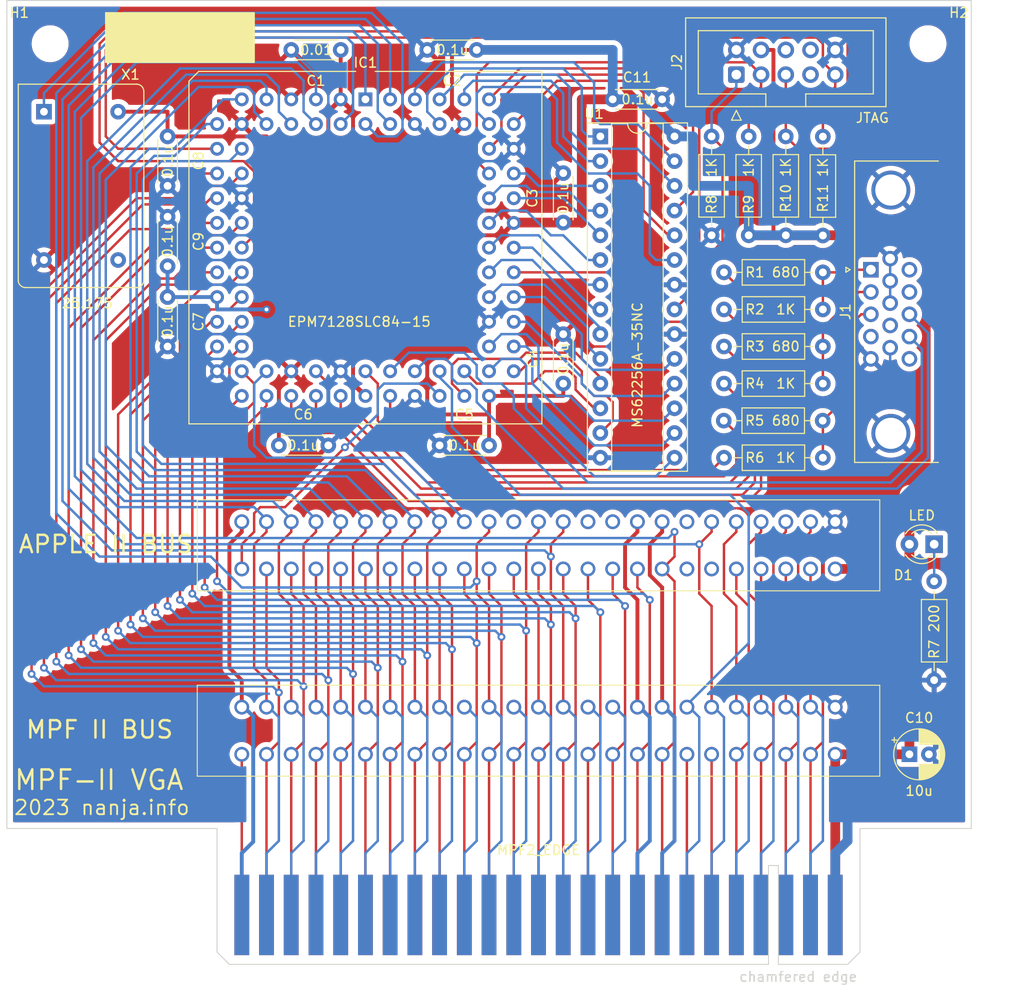
<source format=kicad_pcb>
(kicad_pcb (version 20221018) (generator pcbnew)
  (title_block (date "2023-05-06") (rev "0.2"))
  (layers (0 "F.Cu" signal) (31 "B.Cu" signal) (34 "B.Paste" user) (35 "F.Paste" user) (36 "B.SilkS" user "B.Silkscreen") (37 "F.SilkS" user "F.Silkscreen") (38 "B.Mask" user) (39 "F.Mask" user) (44 "Edge.Cuts" user))
  (net 0 "")
  (net 1 "/A2IOSEL")
  (net 2 "/AA0")
  (net 3 "/AA1")
  (net 4 "/AA2")
  (net 5 "/AA3")
  (net 6 "/AA4")
  (net 7 "/AA5")
  (net 8 "/AA6")
  (net 9 "/AA7")
  (net 10 "/AA8")
  (net 11 "/AA9")
  (net 12 "/AA10")
  (net 13 "/AA11")
  (net 14 "/AA12")
  (net 15 "/AA13")
  (net 16 "/AA14")
  (net 17 "/AA15")
  (net 18 "/RW")
  (net 21 "/RDY")
  (net 22 "/DMA")
  (net 23 "/INTOUT")
  (net 24 "/DMAOUT")
  (net 25 "+5V")
  (net 26 "GND")
  (net 27 "/DMAIN")
  (net 28 "/INTIN")
  (net 29 "/NMI")
  (net 30 "/IRQ")
  (net 31 "/RES")
  (net 33 "/-12V")
  (net 34 "/-5V")
  (net 37 "/Q3")
  (net 38 "/PH1")
  (net 40 "/PH0")
  (net 41 "/DEVSEL")
  (net 42 "/AD7")
  (net 43 "/AD6")
  (net 44 "/AD5")
  (net 45 "/AD4")
  (net 46 "/AD3")
  (net 47 "/AD2")
  (net 48 "/AD1")
  (net 49 "/AD0")
  (net 50 "/+12V")
  (net 51 "/IOSEL")
  (net 52 "/EXT8")
  (net 53 "/EXTE")
  (net 54 "/EXTM")
  (net 55 "/EXT6")
  (net 56 "/SOUND")
  (net 57 "/IODIS")
  (net 58 "/EXTC")
  (net 59 "Net-(D1-K)")
  (net 60 "/CLK")
  (net 61 "/D0")
  (net 62 "/D1")
  (net 63 "/D2")
  (net 64 "/D3")
  (net 65 "/D4")
  (net 66 "/D5")
  (net 67 "/D6")
  (net 68 "/D7")
  (net 69 "/TDI")
  (net 70 "/A0")
  (net 71 "/A1")
  (net 72 "/A2")
  (net 73 "/A3")
  (net 74 "/A4")
  (net 75 "/A5")
  (net 76 "/A6")
  (net 77 "/TMS")
  (net 78 "/A7")
  (net 79 "/A8")
  (net 80 "/A9")
  (net 81 "/A10")
  (net 82 "/A11")
  (net 83 "/A12")
  (net 84 "/A13")
  (net 85 "/A14")
  (net 86 "/RH")
  (net 87 "/RL")
  (net 88 "/GH")
  (net 89 "/GL")
  (net 90 "/H")
  (net 91 "/V")
  (net 92 "/TCK")
  (net 93 "/TDO")
  (net 94 "/R")
  (net 95 "/G")
  (net 96 "/B")
  (net 106 "/BH")
  (net 107 "/BL")
  (net 108 "/WE")
  (footprint "Apple2_bus:CP_Radial_D5.0mm_P2.00mm" (layer "F.Cu") (at 224.79 140.97)
    (fp_text reference "C10")
    (fp_text value "10u")
  )
  (footprint "Apple2_bus:C_Disc_D4.3mm_W1.9mm_P5.08mm" (layer "F.Cu") (at 166.37 68.58 180)
    (fp_text reference "C1")
    (fp_text value "0.01")
  )
  (footprint "Apple2_bus:C_Disc_D4.3mm_W1.9mm_P5.08mm" (layer "F.Cu") (at 194.31 73.66)
    (fp_text reference "C11")
    (fp_text value "0.1u")
  )
  (footprint "Apple2_bus:R_Axial_DIN0207_L6.3mm_D2.5mm_P10.16mm_Horizontal" (layer "F.Cu") (at 204.47 87.63 90)
    (fp_text reference "R8")
    (fp_text value "1K")
  )
  (footprint "Apple2_bus:DSUB-15-HD_Female_Horizontal_P2.29x1.98mm_EdgePinOffset3.03mm_Housed_MountingHolesOffset4.94mm" (layer "F.Cu") (at 220.83 91.17 90)
    (fp_text reference "J1")
    (fp_text value "DSUB_HD15")
  )
  (footprint "Apple2_bus:C_Disc_D4.3mm_W1.9mm_P5.08mm" (layer "F.Cu") (at 189.23 86.32 90)
    (fp_text reference "C3")
    (fp_text value "0.1u")
  )
  (footprint "Apple2_bus:R_Axial_DIN0207_L6.3mm_D2.5mm_P10.16mm_Horizontal" (layer "F.Cu") (at 227.33 123.19 -90)
    (fp_text reference "R7")
    (fp_text value "200")
  )
  (footprint "Apple2_bus:R_Axial_DIN0207_L6.3mm_D2.5mm_P10.16mm_Horizontal" (layer "F.Cu") (at 212.09 87.63 90)
    (fp_text reference "R10")
    (fp_text value "1K")
  )
  (footprint "Apple2_bus:C_Disc_D4.3mm_W1.9mm_P5.08mm" (layer "F.Cu") (at 189.23 102.87 90)
    (fp_text reference "C4")
    (fp_text value "0.1u")
  )
  (footprint "Apple2_bus:IDC-Header_2x05_P2.54mm_Vertical" (layer "F.Cu") (at 207.01 71.12 90)
    (fp_text reference "J2")
    (fp_text value "JTAG")
  )
  (footprint "Apple2_bus:R_Axial_DIN0207_L6.3mm_D2.5mm_P10.16mm_Horizontal" (layer "F.Cu") (at 215.9 87.65 90)
    (fp_text reference "R11")
    (fp_text value "1K")
  )
  (footprint "Apple2_bus:C_Disc_D4.3mm_W1.9mm_P5.08mm" (layer "F.Cu") (at 181.61 109.22 180)
    (fp_text reference "C5")
    (fp_text value "0.1u")
  )
  (footprint "Apple2_bus:C_Disc_D4.3mm_W1.9mm_P5.08mm" (layer "F.Cu") (at 148.59 77.47 -90)
    (fp_text reference "C8")
    (fp_text value "0.1u")
  )
  (footprint "Apple2_bus:Oscillator_DIP-14" (layer "F.Cu") (at 135.89 74.93 -90)
    (fp_text reference "X1")
    (fp_text value "25.175")
  )
  (footprint "Apple2_bus:R_Axial_DIN0207_L6.3mm_D2.5mm_P10.16mm_Horizontal" (layer "F.Cu") (at 205.74 99.06)
    (fp_text reference "R3")
    (fp_text value "680")
  )
  (footprint "Apple2_bus:R_Axial_DIN0207_L6.3mm_D2.5mm_P10.16mm_Horizontal" (layer "F.Cu") (at 205.74 95.25)
    (fp_text reference "R2")
    (fp_text value "1K")
  )
  (footprint "Apple2_bus:R_Axial_DIN0207_L6.3mm_D2.5mm_P10.16mm_Horizontal" (layer "F.Cu") (at 205.72 106.68)
    (fp_text reference "R5")
    (fp_text value "680")
  )
  (footprint "Apple2_bus:C_Disc_D4.3mm_W1.9mm_P5.08mm" (layer "F.Cu") (at 148.59 93.98 -90)
    (fp_text reference "C7")
    (fp_text value "0.1u")
  )
  (footprint "Apple2_bus:MountingHole_3.2mm_M3" (layer "F.Cu") (at 226.695 67.945)
    (fp_text reference "H2")
    (fp_text value "MountingHole")
  )
  (footprint "Apple2_bus:R_Axial_DIN0207_L6.3mm_D2.5mm_P10.16mm_Horizontal" (layer "F.Cu") (at 205.74 102.87)
    (fp_text reference "R4")
    (fp_text value "1K")
  )
  (footprint "Apple2_bus:C_Disc_D4.3mm_W1.9mm_P5.08mm" (layer "F.Cu") (at 160.02 109.22)
    (fp_text reference "C6")
    (fp_text value "0.1u")
  )
  (footprint "Apple2_bus:Card Edge Connector 50pin" (layer "F.Cu") (at 156.21 140.97)
    (fp_text reference "BUS2" hide)
    (fp_text value "MPF II BUS")
  )
  (footprint "Apple2_bus:R_Axial_DIN0207_L6.3mm_D2.5mm_P10.16mm_Horizontal" (layer "F.Cu") (at 205.74 110.49)
    (fp_text reference "R6")
    (fp_text value "1K")
  )
  (footprint "Apple2_bus:C_Disc_D4.3mm_W1.9mm_P5.08mm" (layer "F.Cu") (at 148.59 90.805 90)
    (fp_text reference "C9")
    (fp_text value "0.1u")
  )
  (footprint "Apple2_bus:BUS_MPF2" (layer "F.Cu") (at 179.07 158.4325)
    (fp_text reference "BUS3" hide)
    (fp_text value "MPF2_EDGE")
  )
  (footprint "Apple2_bus:C_Disc_D4.3mm_W1.9mm_P5.08mm" (layer "F.Cu") (at 180.34 68.58 180)
    (fp_text reference "C2")
    (fp_text value "0.1u")
  )
  (footprint "Apple2_bus:PLCC-84_THT-Socket" (layer "F.Cu") (at 168.91 73.66)
    (fp_text reference "IC1")
    (fp_text value "EPM7128SLC84-15")
  )
  (footprint "Apple2_bus:R_Axial_DIN0207_L6.3mm_D2.5mm_P10.16mm_Horizontal" (layer "F.Cu") (at 208.28 87.63 90)
    (fp_text reference "R9")
    (fp_text value "1K")
  )
  (footprint "Apple2_bus:R_Axial_DIN0207_L6.3mm_D2.5mm_P10.16mm_Horizontal" (layer "F.Cu") (at 215.9 91.44 180)
    (fp_text reference "R1")
    (fp_text value "680")
  )
  (footprint "Apple2_bus:Card Edge Connector 50pin" (layer "F.Cu") (at 156.21 121.92)
    (fp_text reference "BUS1" hide)
    (fp_text value "APPLE II BUS")
  )
  (footprint "Apple2_bus:MountingHole_3.2mm_M3" (layer "F.Cu") (at 136.525 67.945)
    (fp_text reference "H1")
    (fp_text value "MountingHole")
  )
  (footprint "Apple2_bus:LED_D3.0mm" (layer "F.Cu") (at 227.33 119.38 180)
    (fp_text reference "D1")
    (fp_text value "LED")
  )
  (footprint "Apple2_bus:DIP-28_W7.62mm_Socket" (layer "F.Cu") (at 193.04 77.47)
    (fp_text reference "U1")
    (fp_text value "MS62256A-35NC")
  )
  (gr_rect (start 142.24 64.77) (end 157.48 69.85) (stroke (width 0.15)) (fill solid) (layer "F.SilkS"))
  (gr_line (start 132.08 63.5) (end 132.08 148.59) (stroke (width 0.1)) (layer "Edge.Cuts"))
  (gr_line (start 153.67 161.29) (end 154.94 162.56) (stroke (width 0.1)) (layer "Edge.Cuts"))
  (gr_line (start 219.71 161.29) (end 219.71 148.59) (stroke (width 0.1)) (layer "Edge.Cuts"))
  (gr_line (start 132.08 148.59) (end 153.67 148.59) (stroke (width 0.1)) (layer "Edge.Cuts"))
  (gr_line (start 211.328 152.4) (end 211.328 162.56) (stroke (width 0.1)) (layer "Edge.Cuts"))
  (gr_line (start 219.71 148.59) (end 231.14 148.59) (stroke (width 0.1)) (layer "Edge.Cuts"))
  (gr_line (start 210.312 162.56) (end 210.312 152.4) (stroke (width 0.1)) (layer "Edge.Cuts"))
  (gr_line (start 211.328 162.56) (end 218.44 162.56) (stroke (width 0.1)) (layer "Edge.Cuts"))
  (gr_line (start 153.67 148.59) (end 153.67 161.29) (stroke (width 0.1)) (layer "Edge.Cuts"))
  (gr_line (start 231.14 63.5) (end 132.08 63.5) (stroke (width 0.1)) (layer "Edge.Cuts"))
  (gr_line (start 210.312 152.4) (end 211.328 152.4) (stroke (width 0.1)) (layer "Edge.Cuts"))
  (gr_line (start 218.44 162.56) (end 219.71 161.29) (stroke (width 0.1)) (layer "Edge.Cuts"))
  (gr_line (start 231.14 148.59) (end 231.14 63.5) (stroke (width 0.1)) (layer "Edge.Cuts"))
  (gr_line (start 154.94 162.56) (end 210.312 162.56) (stroke (width 0.1)) (layer "Edge.Cuts"))
  (gr_text "2023 nanja.info" (at 132.715 147.32) (layer "F.SilkS") (effects (font (size 1.5 1.5) (thickness 0.1875)) (justify left bottom)))
  (gr_text "MPF-II VGA" (at 132.715 144.78) (layer "F.SilkS") (effects (font (size 2 2) (thickness 0.254)) (justify left bottom)))
  (gr_text "chamfered edge" (at 213.36 163.83) (layer "Edge.Cuts") (effects (font (size 1 1))))
  (segment (start 157.48 118.11) (end 156.21 119.38) (width 0.25) (layer "F.Cu") (net 1))
  (segment (start 166.810201 109.414799) (end 160.655 115.57) (width 0.25) (layer "F.Cu") (net 1))
  (segment (start 157.48 116.205) (end 157.48 118.11) (width 0.25) (layer "F.Cu") (net 1))
  (segment (start 156.21 119.38) (end 156.21 121.92) (width 0.25) (layer "F.Cu") (net 1))
  (segment (start 158.115 115.57) (end 157.48 116.205) (width 0.25) (layer "F.Cu") (net 1))
  (segment (start 160.655 115.57) (end 158.115 115.57) (width 0.25) (layer "F.Cu") (net 1))
  (via (at 166.810201 109.414799) (size 0.8) (drill 0.4) (layers "F.Cu" "B.Cu") (net 1))
  (segment (start 170.18 103.505) (end 170.18 106.045) (width 0.25) (layer "B.Cu") (net 1))
  (segment (start 170.815 102.87) (end 170.18 103.505) (width 0.25) (layer "B.Cu") (net 1))
  (segment (start 175.26 102.87) (end 170.815 102.87) (width 0.25) (layer "B.Cu") (net 1))
  (segment (start 170.18 106.045) (end 166.810201 109.414799) (width 0.25) (layer "B.Cu") (net 1))
  (segment (start 176.53 104.14) (end 175.26 102.87) (width 0.25) (layer "B.Cu") (net 1))
  (segment (start 134.62 94.615) (end 145.415 83.82) (width 0.25) (layer "F.Cu") (net 2))
  (segment (start 145.415 83.82) (end 149.225 83.82) (width 0.25) (layer "F.Cu") (net 2))
  (segment (start 160.02 133.35) (end 160.02 139.7) (width 0.25) (layer "F.Cu") (net 2))
  (segment (start 158.75 132.08) (end 158.75 121.92) (width 0.25) (layer "F.Cu") (net 2))
  (segment (start 151.765 81.28) (end 153.67 81.28) (width 0.25) (layer "F.Cu") (net 2))
  (segment (start 134.62 132.715) (end 134.62 94.615) (width 0.25) (layer "F.Cu") (net 2))
  (segment (start 158.75 140.97) (end 158.75 157.48) (width 0.25) (layer "F.Cu") (net 2))
  (segment (start 160.02 139.7) (end 158.75 140.97) (width 0.25) (layer "F.Cu") (net 2))
  (segment (start 160.02 133.35) (end 158.75 132.08) (width 0.25) (layer "F.Cu") (net 2))
  (segment (start 149.225 83.82) (end 151.765 81.28) (width 0.25) (layer "F.Cu") (net 2))
  (via (at 160.02 134.62) (size 0.8) (drill 0.4) (layers "F.Cu" "B.Cu") (net 2))
  (via (at 134.62 132.715) (size 0.8) (drill 0.4) (layers "F.Cu" "B.Cu") (net 2))
  (segment (start 135.89 133.985) (end 159.385 133.985) (width 0.25) (layer "B.Cu") (net 2))
  (segment (start 134.62 132.715) (end 135.89 133.985) (width 0.25) (layer "B.Cu") (net 2))
  (segment (start 159.385 133.985) (end 160.02 134.62) (width 0.25) (layer "B.Cu") (net 2))
  (segment (start 162.56 139.7) (end 161.29 140.97) (width 0.25) (layer "F.Cu") (net 3))
  (segment (start 154.94 82.55) (end 156.21 81.28) (width 0.25) (layer "F.Cu") (net 3))
  (segment (start 161.29 140.97) (end 161.29 157.48) (width 0.25) (layer "F.Cu") (net 3))
  (segment (start 146.05 84.455) (end 150.495 84.455) (width 0.25) (layer "F.Cu") (net 3))
  (segment (start 150.495 84.455) (end 152.4 82.55) (width 0.25) (layer "F.Cu") (net 3))
  (segment (start 161.29 124.46) (end 161.29 121.92) (width 0.25) (layer "F.Cu") (net 3))
  (segment (start 135.89 132.08) (end 135.89 94.615) (width 0.25) (layer "F.Cu") (net 3))
  (segment (start 135.89 94.615) (end 146.05 84.455) (width 0.25) (layer "F.Cu") (net 3))
  (segment (start 162.56 139.7) (end 162.56 125.73) (width 0.25) (layer "F.Cu") (net 3))
  (segment (start 162.56 125.73) (end 161.29 124.46) (width 0.25) (layer "F.Cu") (net 3))
  (segment (start 152.4 82.55) (end 154.94 82.55) (width 0.25) (layer "F.Cu") (net 3))
  (via (at 162.56 133.985) (size 0.8) (drill 0.4) (layers "F.Cu" "B.Cu") (net 3))
  (via (at 135.89 132.08) (size 0.8) (drill 0.4) (layers "F.Cu" "B.Cu") (net 3))
  (segment (start 135.89 132.08) (end 137.16 133.35) (width 0.25) (layer "B.Cu") (net 3))
  (segment (start 161.925 133.35) (end 162.56 133.985) (width 0.25) (layer "B.Cu") (net 3))
  (segment (start 137.16 133.35) (end 161.925 133.35) (width 0.25) (layer "B.Cu") (net 3))
  (segment (start 163.83 140.97) (end 163.83 157.48) (width 0.25) (layer "F.Cu") (net 4))
  (segment (start 163.83 121.92) (end 163.83 124.46) (width 0.25) (layer "F.Cu") (net 4))
  (segment (start 144.78 86.995) (end 149.86 86.995) (width 0.25) (layer "F.Cu") (net 4))
  (segment (start 165.1 125.73) (end 165.1 139.7) (width 0.25) (layer "F.Cu") (net 4))
  (segment (start 149.86 86.995) (end 153.035 83.82) (width 0.25) (layer "F.Cu") (net 4))
  (segment (start 153.035 83.82) (end 153.67 83.82) (width 0.25) (layer "F.Cu") (net 4))
  (segment (start 165.1 139.7) (end 163.83 140.97) (width 0.25) (layer "F.Cu") (net 4))
  (segment (start 137.16 94.615) (end 144.78 86.995) (width 0.25) (layer "F.Cu") (net 4))
  (segment (start 163.83 124.46) (end 165.1 125.73) (width 0.25) (layer "F.Cu") (net 4))
  (segment (start 137.16 131.445) (end 137.16 94.615) (width 0.25) (layer "F.Cu") (net 4))
  (via (at 137.16 131.445) (size 0.8) (drill 0.4) (layers "F.Cu" "B.Cu") (net 4))
  (via (at 165.1 133.35) (size 0.8) (drill 0.4) (layers "F.Cu" "B.Cu") (net 4))
  (segment (start 137.16 131.445) (end 138.43 132.715) (width 0.25) (layer "B.Cu") (net 4))
  (segment (start 164.465 132.715) (end 165.1 133.35) (width 0.25) (layer "B.Cu") (net 4))
  (segment (start 138.43 132.715) (end 164.465 132.715) (width 0.25) (layer "B.Cu") (net 4))
  (segment (start 151.765 86.36) (end 153.67 86.36) (width 0.25) (layer "F.Cu") (net 5))
  (segment (start 166.37 140.97) (end 166.37 157.48) (width 0.25) (layer "F.Cu") (net 5))
  (segment (start 167.64 139.7) (end 166.37 140.97) (width 0.25) (layer "F.Cu") (net 5))
  (segment (start 147.6375 87.9475) (end 150.1775 87.9475) (width 0.25) (layer "F.Cu") (net 5))
  (segment (start 167.64 125.73) (end 167.64 139.7) (width 0.25) (layer "F.Cu") (net 5))
  (segment (start 150.1775 87.9475) (end 151.765 86.36) (width 0.25) (layer "F.Cu") (net 5))
  (segment (start 166.37 121.92) (end 166.37 124.46) (width 0.25) (layer "F.Cu") (net 5))
  (segment (start 138.43 97.155) (end 147.6375 87.9475) (width 0.25) (layer "F.Cu") (net 5))
  (segment (start 138.43 130.81) (end 138.43 97.155) (width 0.25) (layer "F.Cu") (net 5))
  (segment (start 166.37 124.46) (end 167.64 125.73) (width 0.25) (layer "F.Cu") (net 5))
  (via (at 138.43 130.81) (size 0.8) (drill 0.4) (layers "F.Cu" "B.Cu") (net 5))
  (via (at 167.64 132.715) (size 0.8) (drill 0.4) (layers "F.Cu" "B.Cu") (net 5))
  (segment (start 138.43 130.81) (end 139.7 132.08) (width 0.25) (layer "B.Cu") (net 5))
  (segment (start 139.7 132.08) (end 167.005 132.08) (width 0.25) (layer "B.Cu") (net 5))
  (segment (start 167.005 132.08) (end 167.64 132.715) (width 0.25) (layer "B.Cu") (net 5))
  (segment (start 170.18 125.73) (end 170.18 139.7) (width 0.25) (layer "F.Cu") (net 6))
  (segment (start 154.94 87.63) (end 156.21 86.36) (width 0.25) (layer "F.Cu") (net 6))
  (segment (start 147.955 88.9) (end 150.495 88.9) (width 0.25) (layer "F.Cu") (net 6))
  (segment (start 150.495 88.9) (end 151.765 87.63) (width 0.25) (layer "F.Cu") (net 6))
  (segment (start 168.91 140.97) (end 168.91 157.48) (width 0.25) (layer "F.Cu") (net 6))
  (segment (start 170.18 139.7) (end 168.91 140.97) (width 0.25) (layer "F.Cu") (net 6))
  (segment (start 151.765 87.63) (end 154.94 87.63) (width 0.25) (layer "F.Cu") (net 6))
  (segment (start 139.7 130.175) (end 139.7 97.155) (width 0.25) (layer "F.Cu") (net 6))
  (segment (start 168.91 121.92) (end 168.91 124.46) (width 0.25) (layer "F.Cu") (net 6))
  (segment (start 168.91 124.46) (end 170.18 125.73) (width 0.25) (layer "F.Cu") (net 6))
  (segment (start 139.7 97.155) (end 147.955 88.9) (width 0.25) (layer "F.Cu") (net 6))
  (via (at 139.7 130.175) (size 0.8) (drill 0.4) (layers "F.Cu" "B.Cu") (net 6))
  (via (at 170.18 132.08) (size 0.8) (drill 0.4) (layers "F.Cu" "B.Cu") (net 6))
  (segment (start 140.97 131.445) (end 169.545 131.445) (width 0.25) (layer "B.Cu") (net 6))
  (segment (start 169.545 131.445) (end 170.18 132.08) (width 0.25) (layer "B.Cu") (net 6))
  (segment (start 139.7 130.175) (end 140.97 131.445) (width 0.25) (layer "B.Cu") (net 6))
  (segment (start 172.72 125.73) (end 172.72 139.7) (width 0.25) (layer "F.Cu") (net 7))
  (segment (start 147.32 92.075) (end 149.225 92.075) (width 0.25) (layer "F.Cu") (net 7))
  (segment (start 140.97 98.425) (end 147.32 92.075) (width 0.25) (layer "F.Cu") (net 7))
  (segment (start 171.45 124.46) (end 172.72 125.73) (width 0.25) (layer "F.Cu") (net 7))
  (segment (start 171.45 140.97) (end 171.45 157.48) (width 0.25) (layer "F.Cu") (net 7))
  (segment (start 171.45 121.92) (end 171.45 124.46) (width 0.25) (layer "F.Cu") (net 7))
  (segment (start 172.72 139.7) (end 171.45 140.97) (width 0.25) (layer "F.Cu") (net 7))
  (segment (start 140.97 129.54) (end 140.97 98.425) (width 0.25) (layer "F.Cu") (net 7))
  (segment (start 152.4 88.9) (end 153.67 88.9) (width 0.25) (layer "F.Cu") (net 7))
  (segment (start 149.225 92.075) (end 152.4 88.9) (width 0.25) (layer "F.Cu") (net 7))
  (via (at 172.72 131.445) (size 0.8) (drill 0.4) (layers "F.Cu" "B.Cu") (net 7))
  (via (at 140.97 129.54) (size 0.8) (drill 0.4) (layers "F.Cu" "B.Cu") (net 7))
  (segment (start 172.085 130.81) (end 172.72 131.445) (width 0.25) (layer "B.Cu") (net 7))
  (segment (start 142.24 130.81) (end 172.085 130.81) (width 0.25) (layer "B.Cu") (net 7))
  (segment (start 140.97 129.54) (end 142.24 130.81) (width 0.25) (layer "B.Cu") (net 7))
  (segment (start 175.26 139.7) (end 173.99 140.97) (width 0.25) (layer "F.Cu") (net 8))
  (segment (start 151.13 92.71) (end 152.4 91.44) (width 0.25) (layer "F.Cu") (net 8))
  (segment (start 142.24 98.425) (end 147.955 92.71) (width 0.25) (layer "F.Cu") (net 8))
  (segment (start 142.24 128.905) (end 142.24 98.425) (width 0.25) (layer "F.Cu") (net 8))
  (segment (start 173.99 121.92) (end 173.99 124.46) (width 0.25) (layer "F.Cu") (net 8))
  (segment (start 147.955 92.71) (end 151.13 92.71) (width 0.25) (layer "F.Cu") (net 8))
  (segment (start 152.4 91.44) (end 153.67 91.44) (width 0.25) (layer "F.Cu") (net 8))
  (segment (start 173.99 140.97) (end 173.99 157.48) (width 0.25) (layer "F.Cu") (net 8))
  (segment (start 175.26 125.73) (end 175.26 139.7) (width 0.25) (layer "F.Cu") (net 8))
  (segment (start 173.99 124.46) (end 175.26 125.73) (width 0.25) (layer "F.Cu") (net 8))
  (via (at 175.26 130.81) (size 0.8) (drill 0.4) (layers "F.Cu" "B.Cu") (net 8))
  (via (at 142.24 128.905) (size 0.8) (drill 0.4) (layers "F.Cu" "B.Cu") (net 8))
  (segment (start 142.24 128.905) (end 143.51 130.175) (width 0.25) (layer "B.Cu") (net 8))
  (segment (start 174.625 130.175) (end 175.26 130.81) (width 0.25) (layer "B.Cu") (net 8))
  (segment (start 143.51 130.175) (end 174.625 130.175) (width 0.25) (layer "B.Cu") (net 8))
  (segment (start 154.94 92.71) (end 156.21 91.44) (width 0.25) (layer "F.Cu") (net 9))
  (segment (start 143.51 128.27) (end 143.51 106.045) (width 0.25) (layer "F.Cu") (net 9))
  (segment (start 176.53 124.46) (end 176.53 121.92) (width 0.25) (layer "F.Cu") (net 9))
  (segment (start 176.53 140.97) (end 176.53 157.48) (width 0.25) (layer "F.Cu") (net 9))
  (segment (start 149.86 99.695) (end 149.86 95.25) (width 0.25) (layer "F.Cu") (net 9))
  (segment (start 177.8 130.175) (end 177.8 139.7) (width 0.25) (layer "F.Cu") (net 9))
  (segment (start 177.8 139.7) (end 176.53 140.97) (width 0.25) (layer "F.Cu") (net 9))
  (segment (start 152.4 92.71) (end 154.94 92.71) (width 0.25) (layer "F.Cu") (net 9))
  (segment (start 149.86 95.25) (end 152.4 92.71) (width 0.25) (layer "F.Cu") (net 9))
  (segment (start 177.8 125.73) (end 176.53 124.46) (width 0.25) (layer "F.Cu") (net 9))
  (segment (start 177.8 130.175) (end 177.8 125.73) (width 0.25) (layer "F.Cu") (net 9))
  (segment (start 143.51 106.045) (end 149.86 99.695) (width 0.25) (layer "F.Cu") (net 9))
  (via (at 143.51 128.27) (size 0.8) (drill 0.4) (layers "F.Cu" "B.Cu") (net 9))
  (via (at 177.8 130.175) (size 0.8) (drill 0.4) (layers "F.Cu" "B.Cu") (net 9))
  (segment (start 143.51 128.27) (end 144.78 129.54) (width 0.25) (layer "B.Cu") (net 9))
  (segment (start 144.78 129.54) (end 177.165 129.54) (width 0.25) (layer "B.Cu") (net 9))
  (segment (start 177.165 129.54) (end 177.8 130.175) (width 0.25) (layer "B.Cu") (net 9))
  (segment (start 150.495 97.79) (end 153.035 95.25) (width 0.25) (layer "F.Cu") (net 10))
  (segment (start 150.495 100.33) (end 150.495 97.79) (width 0.25) (layer "F.Cu") (net 10))
  (segment (start 179.07 140.97) (end 179.07 157.48) (width 0.25) (layer "F.Cu") (net 10))
  (segment (start 180.34 139.7) (end 179.07 140.97) (width 0.25) (layer "F.Cu") (net 10))
  (segment (start 179.07 124.46) (end 180.34 125.73) (width 0.25) (layer "F.Cu") (net 10))
  (segment (start 179.07 121.92) (end 179.07 124.46) (width 0.25) (layer "F.Cu") (net 10))
  (segment (start 153.035 95.25) (end 154.94 95.25) (width 0.25) (layer "F.Cu") (net 10))
  (segment (start 144.78 106.045) (end 150.495 100.33) (width 0.25) (layer "F.Cu") (net 10))
  (segment (start 154.94 95.25) (end 156.21 93.98) (width 0.25) (layer "F.Cu") (net 10))
  (segment (start 144.78 127.635) (end 144.78 106.045) (width 0.25) (layer "F.Cu") (net 10))
  (segment (start 180.34 125.73) (end 180.34 139.7) (width 0.25) (layer "F.Cu") (net 10))
  (via (at 144.78 127.635) (size 0.8) (drill 0.4) (layers "F.Cu" "B.Cu") (net 10))
  (via (at 180.34 129.54) (size 0.8) (drill 0.4) (layers "F.Cu" "B.Cu") (net 10))
  (segment (start 179.705 128.905) (end 180.34 129.54) (width 0.25) (layer "B.Cu") (net 10))
  (segment (start 144.78 127.635) (end 146.05 128.905) (width 0.25) (layer "B.Cu") (net 10))
  (segment (start 146.05 128.905) (end 179.705 128.905) (width 0.25) (layer "B.Cu") (net 10))
  (segment (start 182.88 125.73) (end 182.88 139.7) (width 0.25) (layer "F.Cu") (net 11))
  (segment (start 181.61 140.97) (end 181.61 157.48) (width 0.25) (layer "F.Cu") (net 11))
  (segment (start 146.05 106.68) (end 151.13 101.6) (width 0.25) (layer "F.Cu") (net 11))
  (segment (start 151.13 98.425) (end 153.035 96.52) (width 0.25) (layer "F.Cu") (net 11))
  (segment (start 181.61 124.46) (end 182.88 125.73) (width 0.25) (layer "F.Cu") (net 11))
  (segment (start 146.05 127) (end 146.05 106.68) (width 0.25) (layer "F.Cu") (net 11))
  (segment (start 181.61 121.92) (end 181.61 124.46) (width 0.25) (layer "F.Cu") (net 11))
  (segment (start 153.035 96.52) (end 153.67 96.52) (width 0.25) (layer "F.Cu") (net 11))
  (segment (start 151.13 101.6) (end 151.13 98.425) (width 0.25) (layer "F.Cu") (net 11))
  (segment (start 182.88 139.7) (end 181.61 140.97) (width 0.25) (layer "F.Cu") (net 11))
  (via (at 182.88 128.905) (size 0.8) (drill 0.4) (layers "F.Cu" "B.Cu") (net 11))
  (via (at 146.05 127) (size 0.8) (drill 0.4) (layers "F.Cu" "B.Cu") (net 11))
  (segment (start 182.245 128.27) (end 182.88 128.905) (width 0.25) (layer "B.Cu") (net 11))
  (segment (start 147.32 128.27) (end 182.245 128.27) (width 0.25) (layer "B.Cu") (net 11))
  (segment (start 146.05 127) (end 147.32 128.27) (width 0.25) (layer "B.Cu") (net 11))
  (segment (start 184.15 140.97) (end 184.15 157.48) (width 0.25) (layer "F.Cu") (net 12))
  (segment (start 147.32 107.315) (end 151.765 102.87) (width 0.25) (layer "F.Cu") (net 12))
  (segment (start 154.94 97.79) (end 156.21 96.52) (width 0.25) (layer "F.Cu") (net 12))
  (segment (start 147.32 126.365) (end 147.32 107.315) (width 0.25) (layer "F.Cu") (net 12))
  (segment (start 184.15 124.46) (end 185.42 125.73) (width 0.25) (layer "F.Cu") (net 12))
  (segment (start 151.765 102.87) (end 151.765 99.06) (width 0.25) (layer "F.Cu") (net 12))
  (segment (start 185.42 125.73) (end 185.42 139.7) (width 0.25) (layer "F.Cu") (net 12))
  (segment (start 185.42 139.7) (end 184.15 140.97) (width 0.25) (layer "F.Cu") (net 12))
  (segment (start 151.765 99.06) (end 153.035 97.79) (width 0.25) (layer "F.Cu") (net 12))
  (segment (start 153.035 97.79) (end 154.94 97.79) (width 0.25) (layer "F.Cu") (net 12))
  (segment (start 184.15 121.92) (end 184.15 124.46) (width 0.25) (layer "F.Cu") (net 12))
  (via (at 185.42 128.27) (size 0.8) (drill 0.4) (layers "F.Cu" "B.Cu") (net 12))
  (via (at 147.32 126.365) (size 0.8) (drill 0.4) (layers "F.Cu" "B.Cu") (net 12))
  (segment (start 184.785 127.635) (end 185.42 128.27) (width 0.25) (layer "B.Cu") (net 12))
  (segment (start 148.59 127.635) (end 184.785 127.635) (width 0.25) (layer "B.Cu") (net 12))
  (segment (start 147.32 126.365) (end 148.59 127.635) (width 0.25) (layer "B.Cu") (net 12))
  (segment (start 187.96 125.73) (end 187.96 139.7) (width 0.25) (layer "F.Cu") (net 13))
  (segment (start 152.4 100.33) (end 153.67 99.06) (width 0.25) (layer "F.Cu") (net 13))
  (segment (start 186.69 121.92) (end 186.69 124.46) (width 0.25) (layer "F.Cu") (net 13))
  (segment (start 148.59 125.73) (end 148.59 107.95) (width 0.25) (layer "F.Cu") (net 13))
  (segment (start 148.59 107.95) (end 152.4 104.14) (width 0.25) (layer "F.Cu") (net 13))
  (segment (start 152.4 104.14) (end 152.4 100.33) (width 0.25) (layer "F.Cu") (net 13))
  (segment (start 186.69 124.46) (end 187.96 125.73) (width 0.25) (layer "F.Cu") (net 13))
  (segment (start 186.69 140.97) (end 186.69 157.48) (width 0.25) (layer "F.Cu") (net 13))
  (segment (start 187.96 139.7) (end 186.69 140.97) (width 0.25) (layer "F.Cu") (net 13))
  (via (at 187.96 127.635) (size 0.8) (drill 0.4) (layers "F.Cu" "B.Cu") (net 13))
  (via (at 148.59 125.73) (size 0.8) (drill 0.4) (layers "F.Cu" "B.Cu") (net 13))
  (segment (start 148.59 125.73) (end 149.86 127) (width 0.25) (layer "B.Cu") (net 13))
  (segment (start 149.86 127) (end 187.325 127) (width 0.25) (layer "B.Cu") (net 13))
  (segment (start 187.325 127) (end 187.96 127.635) (width 0.25) (layer "B.Cu") (net 13))
  (segment (start 154.94 103.505) (end 154.94 100.33) (width 0.25) (layer "F.Cu") (net 14))
  (segment (start 154.94 100.33) (end 156.21 99.06) (width 0.25) (layer "F.Cu") (net 14))
  (segment (start 189.23 140.97) (end 189.23 157.48) (width 0.25) (layer "F.Cu") (net 14))
  (segment (start 189.23 124.46) (end 190.5 125.73) (width 0.25) (layer "F.Cu") (net 14))
  (segment (start 190.5 139.7) (end 189.23 140.97) (width 0.25) (layer "F.Cu") (net 14))
  (segment (start 149.86 125.095) (end 149.86 108.585) (width 0.25) (layer "F.Cu") (net 14))
  (segment (start 190.5 125.73) (end 190.5 139.7) (width 0.25) (layer "F.Cu") (net 14))
  (segment (start 149.86 108.585) (end 154.94 103.505) (width 0.25) (layer "F.Cu") (net 14))
  (segment (start 189.23 121.92) (end 189.23 124.46) (width 0.25) (layer "F.Cu") (net 14))
  (via (at 190.5 127) (size 0.8) (drill 0.4) (layers "F.Cu" "B.Cu") (net 14))
  (via (at 149.86 125.095) (size 0.8) (drill 0.4) (layers "F.Cu" "B.Cu") (net 14))
  (segment (start 189.865 126.365) (end 190.5 127) (width 0.25) (layer "B.Cu") (net 14))
  (segment (start 151.13 126.365) (end 189.865 126.365) (width 0.25) (layer "B.Cu") (net 14))
  (segment (start 149.86 125.095) (end 151.13 126.365) (width 0.25) (layer "B.Cu") (net 14))
  (segment (start 193.04 139.7) (end 191.77 140.97) (width 0.25) (layer "F.Cu") (net 15))
  (segment (start 191.77 140.97) (end 191.77 157.48) (width 0.25) (layer "F.Cu") (net 15))
  (segment (start 193.04 126.365) (end 191.77 125.095) (width 0.25) (layer "F.Cu") (net 15))
  (segment (start 151.13 109.22) (end 156.21 104.14) (width 0.25) (layer "F.Cu") (net 15))
  (segment (start 193.04 126.365) (end 193.04 139.7) (width 0.25) (layer "F.Cu") (net 15))
  (segment (start 151.13 124.46) (end 151.13 109.22) (width 0.25) (layer "F.Cu") (net 15))
  (segment (start 191.77 125.095) (end 191.77 121.92) (width 0.25) (layer "F.Cu") (net 15))
  (via (at 193.04 126.365) (size 0.8) (drill 0.4) (layers "F.Cu" "B.Cu") (net 15))
  (via (at 151.13 124.46) (size 0.8) (drill 0.4) (layers "F.Cu" "B.Cu") (net 15))
  (segment (start 152.4 125.73) (end 192.405 125.73) (width 0.25) (layer "B.Cu") (net 15))
  (segment (start 151.13 124.46) (end 152.4 125.73) (width 0.25) (layer "B.Cu") (net 15))
  (segment (start 192.405 125.73) (end 193.04 126.365) (width 0.25) (layer "B.Cu") (net 15))
  (segment (start 195.58 139.7) (end 194.31 140.97) (width 0.25) (layer "F.Cu") (net 16))
  (segment (start 157.48 104.775) (end 157.48 102.87) (width 0.25) (layer "F.Cu") (net 16))
  (segment (start 157.48 102.87) (end 156.21 101.6) (width 0.25) (layer "F.Cu") (net 16))
  (segment (start 195.58 125.73) (end 195.58 139.7) (width 0.25) (layer "F.Cu") (net 16))
  (segment (start 195.58 125.73) (end 194.31 124.46) (width 0.25) (layer "F.Cu") (net 16))
  (segment (start 152.4 109.855) (end 157.48 104.775) (width 0.25) (layer "F.Cu") (net 16))
  (segment (start 194.31 140.97) (end 194.31 157.48) (width 0.25) (layer "F.Cu") (net 16))
  (segment (start 152.4 123.825) (end 152.4 109.855) (width 0.25) (layer "F.Cu") (net 16))
  (segment (start 194.31 124.46) (end 194.31 121.92) (width 0.25) (layer "F.Cu") (net 16))
  (via (at 152.4 123.825) (size 0.8) (drill 0.4) (layers "F.Cu" "B.Cu") (net 16))
  (via (at 195.58 125.73) (size 0.8) (drill 0.4) (layers "F.Cu" "B.Cu") (net 16))
  (segment (start 152.4 123.825) (end 153.67 125.095) (width 0.25) (layer "B.Cu") (net 16))
  (segment (start 194.945 125.095) (end 195.58 125.73) (width 0.25) (layer "B.Cu") (net 16))
  (segment (start 153.67 125.095) (end 194.945 125.095) (width 0.25) (layer "B.Cu") (net 16))
  (segment (start 153.67 110.225788) (end 158.75 105.145788) (width 0.25) (layer "F.Cu") (net 17))
  (segment (start 198.12 125.095) (end 198.12 125.093604) (width 0.25) (layer "F.Cu") (net 17))
  (segment (start 196.85 140.97) (end 196.85 157.48) (width 0.25) (layer "F.Cu") (net 17))
  (segment (start 198.12 139.7) (end 196.85 140.97) (width 0.25) (layer "F.Cu") (net 17))
  (segment (start 198.12 125.093604) (end 196.85 123.823604) (width 0.25) (layer "F.Cu") (net 17))
  (segment (start 196.85 123.823604) (end 196.85 121.92) (width 0.25) (layer "F.Cu") (net 17))
  (segment (start 198.12 125.095) (end 198.12 139.7) (width 0.25) (layer "F.Cu") (net 17))
  (segment (start 158.75 105.145788) (end 158.75 104.14) (width 0.25) (layer "F.Cu") (net 17))
  (segment (start 153.67 123.19) (end 153.67 110.225788) (width 0.25) (layer "F.Cu") (net 17))
  (via (at 198.12 125.095) (size 0.8) (drill 0.4) (layers "F.Cu" "B.Cu") (net 17))
  (via (at 153.67 123.19) (size 0.8) (drill 0.4) (layers "F.Cu" "B.Cu") (net 17))
  (segment (start 154.94 124.46) (end 197.485 124.46) (width 0.25) (layer "B.Cu") (net 17))
  (segment (start 197.485 124.46) (end 198.12 125.095) (width 0.25) (layer "B.Cu") (net 17))
  (segment (start 153.67 123.19) (end 154.94 124.46) (width 0.25) (layer "B.Cu") (net 17))
  (segment (start 199.39 121.92) (end 200.66 123.19) (width 0.25) (layer "F.Cu") (net 18))
  (segment (start 200.66 139.7) (end 199.39 140.97) (width 0.25) (layer "F.Cu") (net 18))
  (segment (start 200.66 118.11) (end 200.66 120.65) (width 0.25) (layer "F.Cu") (net 18))
  (segment (start 200.66 120.65) (end 199.39 121.92) (width 0.25) (layer "F.Cu") (net 18))
  (segment (start 199.39 140.97) (end 199.39 157.48) (width 0.25) (layer "F.Cu") (net 18))
  (segment (start 200.66 123.19) (end 200.66 139.7) (width 0.25) (layer "F.Cu") (net 18))
  (via (at 200.66 118.11) (size 0.8) (drill 0.4) (layers "F.Cu" "B.Cu") (net 18))
  (segment (start 139.065 74.93) (end 146.685 67.31) (width 0.25) (layer "B.Cu") (net 18))
  (segment (start 200.025 118.745) (end 145.415 118.745) (width 0.25) (layer "B.Cu") (net 18))
  (segment (start 167.64 74.93) (end 166.37 76.2) (width 0.25) (layer "B.Cu") (net 18))
  (segment (start 146.685 67.31) (end 167.005 67.31) (width 0.25) (layer "B.Cu") (net 18))
  (segment (start 139.065 112.395) (end 139.065 74.93) (width 0.25) (layer "B.Cu") (net 18))
  (segment (start 167.005 67.31) (end 167.64 67.945) (width 0.25) (layer "B.Cu") (net 18))
  (segment (start 145.415 118.745) (end 139.065 112.395) (width 0.25) (layer "B.Cu") (net 18))
  (segment (start 167.64 67.945) (end 167.64 74.93) (width 0.25) (layer "B.Cu") (net 18))
  (segment (start 200.66 118.11) (end 200.025 118.745) (width 0.25) (layer "B.Cu") (net 18))
  (segment (start 207.01 121.92) (end 207.01 124.46) (width 0.25) (layer "F.Cu") (net 21))
  (segment (start 207.01 124.46) (end 208.28 125.73) (width 0.25) (layer "F.Cu") (net 21))
  (segment (start 208.28 139.7) (end 207.01 140.97) (width 0.25) (layer "F.Cu") (net 21))
  (segment (start 207.01 140.97) (end 207.01 157.48) (width 0.25) (layer "F.Cu") (net 21))
  (segment (start 208.28 125.73) (end 208.28 139.7) (width 0.25) (layer "F.Cu") (net 21))
  (segment (start 210.82 139.7) (end 209.55 140.97) (width 0.25) (layer "F.Cu") (net 22))
  (segment (start 209.55 121.92) (end 209.55 124.46) (width 0.25) (layer "F.Cu") (net 22))
  (segment (start 209.55 124.46) (end 210.82 125.73) (width 0.25) (layer "F.Cu") (net 22))
  (segment (start 209.55 140.97) (end 209.55 157.48) (width 0.25) (layer "F.Cu") (net 22))
  (segment (start 210.82 125.73) (end 210.82 139.7) (width 0.25) (layer "F.Cu") (net 22))
  (segment (start 212.09 124.46) (end 213.36 125.73) (width 0.25) (layer "F.Cu") (net 23))
  (segment (start 212.09 121.92) (end 212.09 124.46) (width 0.25) (layer "F.Cu") (net 23))
  (segment (start 213.36 139.7) (end 212.09 140.97) (width 0.25) (layer "F.Cu") (net 23))
  (segment (start 213.36 125.73) (end 213.36 139.7) (width 0.25) (layer "F.Cu") (net 23))
  (segment (start 212.09 140.97) (end 212.09 157.48) (width 0.25) (layer "F.Cu") (net 23))
  (segment (start 214.63 157.48) (end 214.63 140.97) (width 0.25) (layer "F.Cu") (net 24))
  (segment (start 215.9 139.7) (end 214.63 140.97) (width 0.25) (layer "F.Cu") (net 24))
  (segment (start 214.63 121.92) (end 214.63 124.46) (width 0.25) (layer "F.Cu") (net 24))
  (segment (start 214.63 124.46) (end 215.9 125.73) (width 0.25) (layer "F.Cu") (net 24))
  (segment (start 215.9 125.73) (end 215.9 139.7) (width 0.25) (layer "F.Cu") (net 24))
  (segment (start 189.23 86.32) (end 184.19 86.32) (width 1) (layer "F.Cu") (net 25))
  (segment (start 179.07 87.63) (end 179.07 99.06) (width 0.4) (layer "F.Cu") (net 25))
  (segment (start 167.64 99.06) (end 167.64 102.87) (width 0.4) (layer "F.Cu") (net 25))
  (segment (start 161.29 101.6) (end 160.02 102.87) (width 0.4) (layer "F.Cu") (net 25))
  (segment (start 168.91 104.14) (end 167.64 102.87) (width 0.4) (layer "F.Cu") (net 25))
  (segment (start 210.82 68.58) (end 210.82 87.63) (width 0.4) (layer "F.Cu") (net 25))
  (segment (start 167.64 78.74) (end 177.8 78.74) (width 0.4) (layer "F.Cu") (net 25))
  (segment (start 215.9 87.63) (end 227.965 87.63) (width 1) (layer "F.Cu") (net 25))
  (segment (start 181.61 104.14) (end 189.23 104.14) (width 0.4) (layer "F.Cu") (net 25))
  (segment (start 209.55 68.58) (end 210.82 68.58) (width 0.4) (layer "F.Cu") (net 25))
  (segment (start 165.1 74.93) (end 165.1 78.74) (width 0.4) (layer "F.Cu") (net 25))
  (segment (start 177.8 68.58) (end 180.34 68.58) (width 0.4) (layer "F.Cu") (net 25))
  (segment (start 165.1 78.74) (end 167.64 78.74) (width 0.4) (layer "F.Cu") (net 25))
  (segment (start 194.31 73.66) (end 191.135 73.66) (width 1) (layer "F.Cu") (net 25))
  (segment (start 158.75 95.25) (end 158.75 79.375) (width 0.4) (layer "F.Cu") (net 25))
  (segment (start 167.64 99.06) (end 175.26 99.06) (width 0.4) (layer "F.Cu") (net 25))
  (segment (start 224.79 121.92) (end 224.79 140.97) (width 1) (layer "F.Cu") (net 25))
  (segment (start 219.075 140.97) (end 217.17 140.97) (width 1) (layer "F.Cu") (net 25))
  (segment (start 182.88 87.63) (end 184.15 86.36) (width 0.4) (layer "F.Cu") (net 25))
  (segment (start 167.64 99.06) (end 161.29 99.06) (width 0.4) (layer "F.Cu") (net 25))
  (segment (start 191.135 86.36) (end 191.095 86.32) (width 1) (layer "F.Cu") (net 25))
  (segment (start 148.59 77.47) (end 156.845 77.47) (width 0.4) (layer "F.Cu") (net 25))
  (segment (start 179.07 76.2) (end 177.8 74.93) (width 0.4) (layer "F.Cu") (net 25))
  (segment (start 179.07 85.09) (end 179.07 87.63) (width 0.4) (layer "F.Cu") (net 25))
  (segment (start 191.135 73.66) (end 191.135 86.36) (width 1) (layer "F.Cu") (net 25))
  (segment (start 166.37 73.66) (end 165.1 74.93) (width 0.4) (layer "F.Cu") (net 25))
  (segment (start 166.37 68.58) (end 166.37 73.66) (width 0.4) (layer "F.Cu") (net 25))
  (segment (start 217.17 157.48) (end 217.17 140.97) (width 1) (layer "F.Cu") (net 25))
  (segment (start 210.82 87.63) (end 215.9 87.63) (width 1) (layer "F.Cu") (net 25))
  (segment (start 167.64 74.93) (end 167.64 78.74) (width 0.4) (layer "F.Cu") (net 25))
  (segment (start 156.21 76.2) (end 157.48 77.47) (width 0.4) (layer "F.Cu") (net 25))
  (segment (start 148.59 74.93) (end 148.59 77.47) (width 0.4) (layer "F.Cu") (net 25))
  (segment (start 158.75 78.74) (end 165.1 78.74) (width 0.4) (layer "F.Cu") (net 25))
  (segment (start 191.095 86.32) (end 189.23 86.32) (width 1) (layer "F.Cu") (net 25))
  (segment (start 224.79 121.92) (end 224.79 119.38) (width 1) (layer "F.Cu") (net 25))
  (segment (start 177.8 77.47) (end 177.8 78.74) (width 0.4) (layer "F.Cu") (net 25))
  (segment (start 227.965 87.63) (end 227.965 114.3) (width 1) (layer "F.Cu") (net 25))
  (segment (start 184.15 86.36) (end 182.88 85.09) (width 0.4) (layer "F.Cu") (net 25))
  (segment (start 160.02 102.87) (end 160.02 109.22) (width 0.4) (layer "F.Cu") (net 25))
  (segment (start 161.29 99.06) (end 158.75 99.06) (width 0.4) (layer "F.Cu") (net 25))
  (segment (start 182.88 85.09) (end 179.07 85.09) (width 0.4) (layer "F.Cu") (net 25))
  (segment (start 181.61 104.14) (end 181.61 106.045) (width 0.4) (layer "F.Cu") (net 25))
  (segment (start 217.17 121.92) (end 224.79 121.92) (width 1) (layer "F.Cu") (net 25))
  (segment (start 179.07 99.06) (end 175.26 99.06) (width 0.4) (layer "F.Cu") (net 25))
  (segment (start 208.28 87.63) (end 210.82 87.63) (width 1) (layer "F.Cu") (net 25))
  (segment (start 181.61 106.045) (end 181.61 109.18) (width 0.4) (layer "F.Cu") (net 25))
  (segment (start 179.07 76.2) (end 177.8 77.47) (width 0.4) (layer "F.Cu") (net 25))
  (segment (start 227.965 114.3) (end 224.79 114.3) (width 1) (layer "F.Cu") (net 25))
  (segment (start 181.61 106.045) (end 175.26 106.045) (width 0.4) (layer "F.Cu") (net 25))
  (segment (start 177.8 78.74) (end 179.07 78.74) (width 0.4) (layer "F.Cu") (net 25))
  (segment (start 161.29 101.6) (end 158.75 99.06) (width 0.4) (layer "F.Cu") (net 25))
  (segment (start 175.26 106.045) (end 175.26 99.06) (width 0.4) (layer "F.Cu") (net 25))
  (segment (start 143.51 74.93) (end 148.59 74.93) (width 0.4) (layer "F.Cu") (net 25))
  (segment (start 177.8 74.93) (end 177.8 68.58) (width 0.4) (layer "F.Cu") (net 25))
  (segment (start 158.75 79.375) (end 158.75 78.74) (width 0.4) (layer "F.Cu") (net 25))
  (segment (start 179.07 87.63) (end 182.88 87.63) (width 0.4) (layer "F.Cu") (net 25))
  (segment (start 157.48 77.47) (end 158.75 77.47) (width 0.4) (layer "F.Cu") (net 25))
  (segment (start 166.37 73.66) (end 167.64 74.93) (width 0.4) (layer "F.Cu") (net 25))
  (segment (start 158.75 99.06) (end 158.75 95.25) (width 0.4) (layer "F.Cu") (net 25))
  (segment (start 224.79 140.97) (end 219.075 140.97) (width 1) (layer "F.Cu") (net 25))
  (segment (start 224.79 114.3) (end 224.79 119.38) (width 1) (layer "F.Cu") (net 25))
  (segment (start 156.845 77.47) (end 157.48 77.47) (width 0.4) (layer "F.Cu") (net 25))
  (segment (start 179.07 78.74) (end 179.07 85.09) (width 0.4) (layer "F.Cu") (net 25))
  (segment (start 158.75 77.47) (end 158.75 79.375) (width 0.4) (layer "F.Cu") (net 25))
  (segment (start 189.23 104.14) (end 189.23 102.87) (width 0.4) (layer "F.Cu") (net 25))
  (via (at 158.75 95.25) (size 0.8) (drill 0.4) (layers "F.Cu" "B.Cu") (net 25))
  (segment (start 196.85 73.66) (end 194.31 73.66) (width 1) (layer "B.Cu") (net 25))
  (segment (start 200.66 77.47) (end 202.565 77.47) (width 1) (layer "B.Cu") (net 25))
  (segment (start 202.565 82.55) (end 208.28 82.55) (width 1) (layer "B.Cu") (net 25))
  (segment (start 153.67 95.25) (end 158.75 95.25) (width 0.4) (layer "B.Cu") (net 25))
  (segment (start 180.34 68.58) (end 194.31 68.58) (width 1) (layer "B.Cu") (net 25))
  (segment (start 194.31 68.58) (end 194.31 73.66) (width 1) (layer "B.Cu") (net 25))
  (segment (start 202.565 77.47) (end 202.565 82.55) (width 1) (layer "B.Cu") (net 25))
  (segment (start 148.59 90.805) (end 148.59 93.98) (width 0.4) (layer "B.Cu") (net 25))
  (segment (start 208.28 82.55) (end 208.28 87.63) (width 1) (layer "B.Cu") (net 25))
  (segment (start 153.67 93.98) (end 153.67 95.25) (width 0.4) (layer "B.Cu") (net 25))
  (segment (start 200.66 77.47) (end 196.85 73.66) (width 1) (layer "B.Cu") (net 25))
  (segment (start 148.59 93.98) (end 153.67 93.98) (width 0.4) (layer "B.Cu") (net 25))
  (segment (start 208.28 87.63) (end 215.9 87.63) (width 1) (layer "B.Cu") (net 25))
  (segment (start 189.23 81.24) (end 188 80.01) (width 0.25) (layer "F.Cu") (net 26))
  (segment (start 217.17 136.119) (end 218.44 134.849) (width 0.25) (layer "F.Cu") (net 26))
  (segment (start 133.985 81.28) (end 133.985 72.39) (width 0.25) (layer "F.Cu") (net 26))
  (segment (start 196.85 97.79) (end 200.66 97.79) (width 0.25) (layer "F.Cu") (net 26))
  (segment (start 188 80.01) (end 185.42 80.01) (width 0.25) (layer "F.Cu") (net 26))
  (segment (start 196.85 99.06) (end 196.85 97.79) (width 0.25) (layer "F.Cu") (net 26))
  (segment (start 228.695 142.875) (end 229.87 142.875) (width 0.4) (layer "F.Cu") (net 26))
  (segment (start 217.17 125.73) (end 215.9 124.46) (width 0.25) (layer "F.Cu") (net 26))
  (segment (start 148.59 82.55) (end 147.32 81.28) (width 0.25) (layer "F.Cu") (net 26))
  (segment (start 229.87 71.755) (end 229.87 140.97) (width 0.25) (layer "F.Cu") (net 26))
  (segment (start 218.44 134.849) (end 218.44 127) (width 0.25) (layer "F.Cu") (net 26))
  (segment (start 140.335 72.39) (end 140.335 66.04) (width 0.25) (layer "F.Cu") (net 26))
  (segment (start 223.52 71.755) (end 229.87 71.755) (width 0.25) (layer "F.Cu") (net 26))
  (segment (start 189.23 97.79) (end 190.5 99.06) (width 0.25) (layer "F.Cu") (net 26))
  (segment (start 161.29 68.58) (end 162.56 69.85) (width 0.25) (layer "F.Cu") (net 26))
  (segment (start 190.5 99.06) (end 196.85 99.06) (width 0.25) (layer "F.Cu") (net 26))
  (segment (start 162.56 69.85) (end 162.56 72.39) (width 0.25) (layer "F.Cu") (net 26))
  (segment (start 196.85 110.49) (end 193.04 110.49) (width 0.25) (layer "F.Cu") (net 26))
  (segment (start 172.72 74.93) (end 173.99 76.2) (width 0.25) (layer "F.Cu") (net 26))
  (segment (start 140.335 66.04) (end 223.52 66.04) (width 0.25) (layer "F.Cu") (net 26))
  (segment (start 133.985 72.39) (end 140.335 72.39) (width 0.25) (layer "F.Cu") (net 26))
  (segment (start 175.26 68.58) (end 172.72 71.12) (width 0.25) (layer "F.Cu") (net 26))
  (segment (start 185.42 80.01) (end 184.15 78.74) (width 0.25) (layer "F.Cu") (net 26))
  (segment (start 215.9 118.745) (end 215.9 124.46) (width 0.4) (layer "F.Cu") (net 26))
  (segment (start 215.9 119.38) (end 215.9 124.46) (width 0.25) (layer "F.Cu") (net 26))
  (segment (start 229.87 142.875) (end 229.87 140.97) (width 0.4) (layer "F.Cu") (net 26))
  (segment (start 226.79 140.97) (end 228.695 142.875) (width 0.4) (layer "F.Cu") (net 26))
  (segment (start 196.85 99.06) (end 196.85 110.49) (width 0.25) (layer "F.Cu") (net 26))
  (segment (start 176.53 109.22) (end 177.8 110.49) (width 0.25) (layer "F.Cu") (net 26))
  (segment (start 177.8 110.49) (end 193.04 110.49) (width 0.25) (layer "F.Cu") (net 26))
  (segment (start 223.52 66.04) (end 223.52 71.755) (width 0.25) (layer "F.Cu") (net 26))
  (segment (start 218.44 127) (end 215.9 124.46) (width 0.25) (layer "F.Cu") (net 26))
  (segment (start 172.72 71.12) (end 172.72 74.93) (width 0.25) (layer "F.Cu") (net 26))
  (segment (start 217.17 117.069) (end 215.9 118.339) (width 0.4) (layer "F.Cu") (net 26))
  (segment (start 215.9 118.339) (end 215.9 118.745) (width 0.4) (layer "F.Cu") (net 26))
  (segment (start 147.32 81.28) (end 133.985 81.28) (width 0.25) (layer "F.Cu") (net 26))
  (segment (start 215.9 118.745) (end 215.9 119.38) (width 0.4) (layer "F.Cu") (net 26))
  (segment (start 133.985 88.265) (end 133.985 82.55) (width 0.25) (layer "F.Cu") (net 26))
  (segment (start 135.89 90.17) (end 133.985 88.265) (width 0.25) (layer "F.Cu") (net 26))
  (segment (start 133.985 82.55) (end 133.985 81.28) (width 0.25) (layer "F.Cu") (net 26))
  (segment (start 162.56 72.39) (end 161.29 73.66) (width 0.25) (layer "F.Cu") (net 26))
  (segment (start 222.81 103.505) (end 220.98 105.335) (width 0.25) (layer "B.Cu") (net 26))
  (segment (start 227.33 146.685) (end 229.87 146.685) (width 0.25) (layer "B.Cu") (net 26))
  (segment (start 219.71 89.535) (end 220.345 88.9) (width 0.25) (layer "B.Cu") (net 26))
  (segment (start 165.1 102.87) (end 165.1 106.68) (width 0.4) (layer "B.Cu") (net 26))
  (segment (start 152.4 90.17) (end 152.4 92.71) (width 0.25) (layer "B.Cu") (net 26))
  (segment (start 222.81 94.605) (end 222.81 90.025) (width 0.25) (layer "B.Cu") (net 26))
  (segment (start 229.87 95.25) (end 229.87 85.725) (width 0.25) (layer "B.Cu") (net 26))
  (segment (start 175.895 111.125) (end 172.72 107.95) (width 0.25) (layer "B.Cu") (net 26))
  (segment (start 166.37 101.6) (end 167.64 102.87) (width 0.4) (layer "B.Cu") (net 26))
  (segment (start 206.355 89.535) (end 219.71 89.535) (width 0.25) (layer "B.Cu") (net 26))
  (segment (start 179.07 64.77) (end 201.295 64.77) (width 0.25) (layer "B.Cu") (net 26))
  (segment (start 156.21 83.82) (end 154.94 82.55) (width 0.25) (layer "B.Cu") (net 26))
  (segment (start 152.4 100.33) (end 154.94 100.33) (width 0.25) (layer "B.Cu") (net 26))
  (segment (start 220.98 105.335) (end 220.98 106.085) (width 0.25) (layer "B.Cu") (net 26))
  (segment (start 152.4 85.09) (end 152.4 87.63) (width 0.25) (layer "B.Cu") (net 26))
  (segment (start 217.17 157.48) (end 217.17 151.13) (width 1) (layer "B.Cu") (net 26))
  (segment (start 161.291396 68.58) (end 165.1 72.388604) (width 0.25) (layer "B.Cu") (net 26))
  (segment (start 207.01 64.77) (end 217.17 64.77) (width 0.25) (layer "B.Cu") (net 26))
  (segment (start 229.87 146.685) (end 229.87 95.25) (width 0.25) (layer "B.Cu") (net 26))
  (segment (start 148.59 99.06) (end 147.32 97.79) (width 0.25) (layer "B.Cu") (net 26))
  (segment (start 154.94 100.33) (end 157.48 100.33) (width 0.25) (layer "B.Cu") (net 26))
  (segment (start 217.17 136.119) (end 218.44 137.389) (width 0.25) (layer "B.Cu") (net 26))
  (segment (start 202.565 89.535) (end 202.585 89.535) (width 0.25) (layer "B.Cu") (net 26))
  (segment (start 202.585 89.535) (end 204.47 87.65) (width 0.25) (layer "B.Cu") (net 26))
  (segment (start 154.94 82.55) (end 157.48 82.55) (width 0.25) (layer "B.Cu") (net 26))
  (segment (start 177.8 110.49) (end 177.8 111.125) (width 0.25) (layer "B.Cu") (net 26))
  (segment (start 218.44 146.685) (end 227.33 146.685) (width 0.25) (layer "B.Cu") (net 26))
  (segment (start 225.425 85.53) (end 225.425 85.725) (width 0.25) (layer "B.Cu") (net 26))
  (segment (start 223.52 71.755) (end 229.87 71.755) (width 0.25) (layer "B.Cu") (net 26))
  (segment (start 227.33 133.35) (end 227.33 140.97) (width 0.25) (layer "B.Cu") (net 26))
  (segment (start 218.44 67.31) (end 218.44 64.77) (width 0.25) (layer "B.Cu") (net 26))
  (segment (start 204.47 87.65) (end 206.355 89.535) (width 0.25) (layer "B.Cu") (net 26))
  (segment (start 167.64 102.87) (end 167.64 106.68) (width 0.4) (layer "B.Cu") (net 26))
  (segment (start 218.44 137.795) (end 218.44 146.685) (width 0.25) (layer "B.Cu") (net 26))
  (segment (start 176.53 109.22) (end 177.8 110.49) (width 0.25) (layer "B.Cu") (net 26))
  (segment (start 205.74 67.31) (end 205.74 64.77) (width 0.25) (layer "B.Cu") (net 26))
  (segment (start 217.17 136.119) (end 219.939 133.35) (width 0.25) (layer "B.Cu") (net 26))
  (segment (start 163.83 107.95) (end 165.1 109.22) (width 0.4) (layer "B.Cu") (net 26))
  (segment (start 158.115 81.915) (end 156.21 83.82) (width 0.25) (layer "B.Cu") (net 26))
  (segment (start 182.88 80.01) (end 184.15 78.74) (width 0.25) (layer "B.Cu") (net 26))
  (segment (start 220.98 106.085) (end 222.88 107.985) (width 0.25) (layer "B.Cu") (net 26))
  (segment (start 218.44 64.77) (end 223.52 64.77) (width 0.25) (layer "B.Cu") (net 26))
  (segment (start 181.61 96.52) (end 182.88 95.25) (width 0.25) (layer "B.Cu") (net 26))
  (segment (start 205.74 64.77) (end 207.01 64.77) (width 0.25) (layer "B.Cu") (net 26))
  (segment (start 148.59 82.55) (end 147.32 83.82) (width 0.25) (layer "B.Cu") (net 26))
  (segment (start 218.44 146.685) (end 218.44 149.86) (width 1) (layer "B.Cu") (net 26))
  (segment (start 173.99 104.14) (end 175.26 105.41) (width 0.25) (layer "B.Cu") (net 26))
  (segment (start 199.39 73.66) (end 201.295 71.755) (width 0.25) (layer "B.Cu") (net 26))
  (segment (start 149.86 97.79) (end 148.59 99.06) (width 0.25) (layer "B.Cu") (net 26))
  (segment (start 207.01 68.58) (end 205.74 67.31) (width 0.25) (layer "B.Cu") (net 26))
  (segment (start 157.48 92.71) (end 157.48 85.09) (width 0.25) (layer "B.Cu") (net 26))
  (segment (start 217.17 64.77) (end 218.44 64.77) (width 0.25) (layer "B.Cu") (net 26))
  (segment (start 172.72 107.95) (end 172.72 105.41) (width 0.25) (layer "B.Cu") (net 26))
  (segment (start 222.88 82.985) (end 220.345 85.52) (width 0.25) (layer "B.Cu") (net 26))
  (segment (start 201.295 71.755) (end 201.295 64.77) (width 0.25) (layer "B.Cu") (net 26))
  (segment (start 152.4 100.33) (end 153.67 101.6) (width 0.25) (layer "B.Cu") (net 26))
  (segment (start 172.72 105.41) (end 173.99 104.14) (width 0.25) (layer "B.Cu") (net 26))
  (segment (start 222.81 102.31) (end 222.81 102.87) (width 0.25) (layer "B.Cu") (net 26))
  (segment (start 157.48 100.33) (end 157.48 97.79) (width 0.25) (layer "B.Cu") (net 26))
  (segment (start 149.86 83.82) (end 151.13 83.82) (width 0.25) (layer "B.Cu") (net 26))
  (segment (start 165.1 81.915) (end 160.655 81.915) (width 0.25) (layer "B.Cu") (net 26))
  (segment (start 147.32 83.82) (end 147.32 97.79) (width 0.25) (layer "B.Cu") (net 26))
  (segment (start 157.48 97.79) (end 149.86 97.79) (width 0.25) (layer "B.Cu") (net 26))
  (segment (start 177.8 111.125) (end 175.895 111.125) (width 0.25) (layer "B.Cu") (net 26))
  (segment (start 151.13 83.82) (end 152.4 85.09) (width 0.25) (layer "B.Cu") (net 26))
  (segment (start 220.98 88.265) (end 221.05 88.265) (width 0.25) (layer "B.Cu") (net 26))
  (segment (start 175.26 68.58) (end 179.07 64.77) (width 0.25) (layer "B.Cu") (net 26))
  (segment (start 217.17 68.58) (end 218.44 67.31) (width 0.25) (layer "B.Cu") (net 26))
  (segment (start 186.69 95.25) (end 189.23 97.79) (width 0.25) (layer "B.Cu") (net 26))
  (segment (start 152.4 92.71) (end 157.48 92.71) (width 0.25) (layer "B.Cu") (net 26))
  (segment (start 220.345 88.9) (end 220.345 87.63) (width 0.25) (layer "B.Cu") (net 26))
  (segment (start 222.88 82.985) (end 225.425 85.53) (width 0.25) (layer "B.Cu") (net 26))
  (segment (start 165.1 72.388604) (end 165.1 81.915) (width 0.25) (layer "B.Cu") (net 26))
  (segment (start 182.88 95.25) (end 186.69 95.25) (width 0.25) (layer "B.Cu") (net 26))
  (segment (start 220.83 100.33) (end 222.81 102.31) (width 0.25) (layer "B.Cu") (net 26))
  (segment (start 223.52 64.77) (end 223.52 71.755) (width 0.25) (layer "B.Cu") (net 26))
  (segment (start 219.939 133.35) (end 227.33 133.35) (width 0.25) (layer "B.Cu") (net 26))
  (segment (start 151.13 83.82) (end 152.4 82.55) (width 0.25) (layer "B.Cu") (net 26))
  (segment (start 201.295 64.77) (end 205.74 64.77) (width 0.25) (layer "B.Cu") (net 26))
  (segment (start 221.05 88.265) (end 222.81 90.025) (width 0.25) (layer "B.Cu") (net 26))
  (segment (start 225.425 85.725) (end 229.87 85.725) (width 0.25) (layer "B.Cu") (net 26))
  (segment (start 166.37 101.6) (end 165.1 102.87) (width 0.4) (layer "B.Cu") (net 26))
  (segment (start 220.345 87.63) (end 220.98 88.265) (width 0.25) (layer "B.Cu") (net 26))
  (segment (start 177.8 80.01) (end 182.88 80.01) (width 0.25) (layer "B.Cu") (net 26))
  (segment (start 165.1 106.68) (end 163.83 107.95) (width 0.4) (layer "B.Cu") (net 26))
  (segment (start 160.655 81.915) (end 158.115 81.915) (width 0.25) (layer "B.Cu") (net 26))
  (segment (start 167.64 106.68) (end 165.1 109.22) (width 0.25) (layer "B.Cu") (net 26))
  (segment (start 175.26 105.41) (end 175.26 107.95) (width 0.25) (layer "B.Cu") (net 26))
  (segment (start 152.4 90.17) (end 158.75 90.17) (width 0.25) (layer "B.Cu") (net 26))
  (segment (start 218.44 137.389) (end 218.44 137.795) (width 0.25) (layer "B.Cu") (net 26))
  (segment (start 148.59 82.55) (end 149.86 83.82) (width 0.25) (layer "B.Cu") (net 26))
  (segment (start 158.75 87.63) (end 152.4 87.63) (width 0.25) (layer "B.Cu") (net 26))
  (segment (start 222.81 99.185) (end 222.81 102.87) (width 0.25) (layer "B.Cu") (net 26))
  (segment (start 222.81 102.87) (end 222.81 103.505) (width 0.25) (layer "B.Cu") (net 26))
  (segment (start 157.48 85.09) (end 160.655 81.915) (width 0.25) (layer "B.Cu") (net 26))
  (segment (start 154.94 100.33) (end 153.67 101.6) (width 0.25) (layer "B.Cu") (net 26))
  (segment (start 158.75 90.17) (end 158.75 87.63) (width 0.25) (layer "B.Cu") (net 26))
  (segment (start 173.99 76.2) (end 177.8 80.01) (width 0.25) (layer "B.Cu") (net 26))
  (segment (start 176.53 109.22) (end 175.26 107.95) (width 0.25) (layer "B.Cu") (net 26))
  (segment (start 202.565 92.71) (end 200.66 92.71) (width 0.25) (layer "B.Cu") (net 26))
  (segment (start 157.48 82.55) (end 158.115 81.915) (width 0.25) (layer "B.Cu") (net 26))
  (segment (start 152.4 82.55) (end 154.94 82.55) (width 0.25) (layer "B.Cu") (net 26))
  (segment (start 217.17 151.13) (end 218.44 149.86) (width 1) (layer "B.Cu") (net 26))
  (segment (start 229.87 71.755) (end 229.87 95.25) (width 0.25) (layer "B.Cu") (net 26))
  (segment (start 148.59 99.06) (end 149.86 100.33) (width 0.25) (layer "B.Cu") (net 26))
  (segment (start 149.86 100.33) (end 152.4 100.33) (width 0.25) (layer "B.Cu") (net 26))
  (segment (start 202.565 89.535) (end 202.565 92.71) (width 0.25) (layer "B.Cu") (net 26))
  (segment (start 227.33 146.685) (end 227.33 140.97) (width 0.25) (layer "B.Cu") (net 26))
  (segment (start 220.345 85.52) (end 220.345 87.63) (width 0.25) (layer "B.Cu") (net 26))
  (segment (start 214.63 125.73) (end 214.63 135.89) (width 0.25) (layer "F.Cu") (net 27))
  (segment (start 214.63 118.11) (end 213.36 119.38) (width 0.25) (layer "F.Cu") (net 27))
  (segment (start 214.63 116.84) (end 214.63 118.11) (width 0.25) (layer "F.Cu") (net 27))
  (segment (start 213.36 119.38) (end 213.36 124.46) (width 0.25) (layer "F.Cu") (net 27))
  (segment (start 213.36 124.46) (end 214.63 125.73) (width 0.25) (layer "F.Cu") (net 27))
  (segment (start 215.9 149.86) (end 214.63 151.13) (width 0.25) (layer "B.Cu") (net 27))
  (segment (start 214.63 135.89) (end 215.9 137.16) (width 0.25) (layer "B.Cu") (net 27))
  (segment (start 214.63 151.13) (end 214.63 157.48) (width 0.25) (layer "B.Cu") (net 27))
  (segment (start 215.9 137.16) (end 215.9 149.86) (width 0.25) (layer "B.Cu") (net 27))
  (segment (start 210.82 119.38) (end 210.82 124.46) (width 0.25) (layer "F.Cu") (net 28))
  (segment (start 212.09 125.73) (end 212.09 135.89) (width 0.25) (layer "F.Cu") (net 28))
  (segment (start 212.09 118.11) (end 210.82 119.38) (width 0.25) (layer "F.Cu") (net 28))
  (segment (start 212.09 116.84) (end 212.09 118.11) (width 0.25) (layer "F.Cu") (net 28))
  (segment (start 210.82 124.46) (end 212.09 125.73) (width 0.25) (layer "F.Cu") (net 28))
  (segment (start 213.36 137.16) (end 213.36 149.86) (width 0.25) (layer "B.Cu") (net 28))
  (segment (start 212.09 151.13) (end 212.09 157.48) (width 0.25) (layer "B.Cu") (net 28))
  (segment (start 212.09 135.89) (end 213.36 137.16) (width 0.25) (layer "B.Cu") (net 28))
  (segment (start 213.36 149.86) (end 212.09 151.13) (width 0.25) (layer "B.Cu") (net 28))
  (segment (start 209.55 125.73) (end 209.55 135.89) (width 0.25) (layer "F.Cu") (net 29))
  (segment (start 209.55 116.84) (end 209.55 118.11) (width 0.25) (layer "F.Cu") (net 29))
  (segment (start 209.55 118.11) (end 208.28 119.38) (width 0.25) (layer "F.Cu") (net 29))
  (segment (start 208.28 119.38) (end 208.28 124.46) (width 0.25) (layer "F.Cu") (net 29))
  (segment (start 208.28 124.46) (end 209.55 125.73) (width 0.25) (layer "F.Cu") (net 29))
  (segment (start 209.55 151.13) (end 209.55 157.48) (width 0.25) (layer "B.Cu") (net 29))
  (segment (start 210.82 149.86) (end 209.55 151.13) (width 0.25) (layer "B.Cu") (net 29))
  (segment (start 210.82 137.16) (end 210.82 149.86) (width 0.25) (layer "B.Cu") (net 29))
  (segment (start 209.55 135.89) (end 210.82 137.16) (width 0.25) (layer "B.Cu") (net 29))
  (segment (start 207.01 116.84) (end 207.01 118.11) (width 0.25) (layer "F.Cu") (net 30))
  (segment (start 205.74 119.38) (end 205.74 124.46) (width 0.25) (layer "F.Cu") (net 30))
  (segment (start 207.01 125.73) (end 207.01 135.89) (width 0.25) (layer "F.Cu") (net 30))
  (segment (start 205.74 124.46) (end 207.01 125.73) (width 0.25) (layer "F.Cu") (net 30))
  (segment (start 207.01 118.11) (end 205.74 119.38) (width 0.25) (layer "F.Cu") (net 30))
  (segment (start 207.01 151.13) (end 207.01 157.48) (width 0.25) (layer "B.Cu") (net 30))
  (segment (start 207.01 135.89) (end 208.28 137.16) (width 0.25) (layer "B.Cu") (net 30))
  (segment (start 208.28 137.16) (end 208.28 149.86) (width 0.25) (layer "B.Cu") (net 30))
  (segment (start 208.28 149.86) (end 207.01 151.13) (width 0.25) (layer "B.Cu") (net 30))
  (segment (start 204.47 118.11) (end 203.2 119.38) (width 0.25) (layer "F.Cu") (net 31))
  (segment (start 203.2 124.46) (end 204.47 125.73) (width 0.25) (layer "F.Cu") (net 31))
  (segment (start 204.47 116.84) (end 204.47 118.11) (width 0.25) (layer "F.Cu") (net 31))
  (segment (start 204.47 125.73) (end 204.47 135.89) (width 0.25) (layer "F.Cu") (net 31))
  (segment (start 203.2 119.38) (end 203.2 124.46) (width 0.25) (layer "F.Cu") (net 31))
  (via (at 203.2 119.38) (size 0.8) (drill 0.4) (layers "F.Cu" "B.Cu") (net 31))
  (segment (start 205.74 149.86) (end 204.47 151.13) (width 0.25) (layer "B.Cu") (net 31))
  (segment (start 138.43 113.665) (end 144.145 119.38) (width 0.25) (layer "B.Cu") (net 31))
  (segment (start 146.05 66.675) (end 138.43 74.295) (width 0.25) (layer "B.Cu") (net 31))
  (segment (start 168.91 67.945) (end 167.64 66.675) (width 0.25) (layer "B.Cu") (net 31))
  (segment (start 168.91 73.66) (end 168.91 67.945) (width 0.25) (layer "B.Cu") (net 31))
  (segment (start 204.47 151.13) (end 204.47 157.48) (width 0.25) (layer "B.Cu") (net 31))
  (segment (start 167.64 66.675) (end 146.05 66.675) (width 0.25) (layer "B.Cu") (net 31))
  (segment (start 138.43 74.295) (end 138.43 113.665) (width 0.25) (layer "B.Cu") (net 31))
  (segment (start 144.145 119.38) (end 203.2 119.38) (width 0.25) (layer "B.Cu") (net 31))
  (segment (start 204.47 135.89) (end 205.74 137.16) (width 0.25) (layer "B.Cu") (net 31))
  (segment (start 205.74 137.16) (end 205.74 149.86) (width 0.25) (layer "B.Cu") (net 31))
  (segment (start 199.39 118.11) (end 198.12 119.38) (width 0.4) (layer "F.Cu") (net 33))
  (segment (start 199.39 116.84) (end 199.39 118.11) (width 0.4) (layer "F.Cu") (net 33))
  (segment (start 198.12 122.555) (end 199.39 123.825) (width 0.4) (layer "F.Cu") (net 33))
  (segment (start 198.12 119.38) (end 198.12 122.555) (width 0.4) (layer "F.Cu") (net 33))
  (segment (start 199.39 123.825) (end 199.39 135.89) (width 0.4) (layer "F.Cu") (net 33))
  (segment (start 200.66 137.16) (end 200.66 149.86) (width 0.4) (layer "B.Cu") (net 33))
  (segment (start 199.39 135.89) (end 200.66 137.16) (width 0.4) (layer "B.Cu") (net 33))
  (segment (start 199.39 151.13) (end 199.39 157.48) (width 0.4) (layer "B.Cu") (net 33))
  (segment (start 200.66 149.86) (end 199.39 151.13) (width 0.4) (layer "B.Cu") (net 33))
  (segment (start 195.58 119.38) (end 195.58 123.825) (width 0.4) (layer "F.Cu") (net 34))
  (segment (start 196.85 116.84) (end 196.85 118.11) (width 0.4) (layer "F.Cu") (net 34))
  (segment (start 196.85 125.095) (end 196.85 135.89) (width 0.4) (layer "F.Cu") (net 34))
  (segment (start 196.85 118.11) (end 195.58 119.38) (width 0.4) (layer "F.Cu") (net 34))
  (segment (start 195.58 123.825) (end 196.85 125.095) (width 0.4) (layer "F.Cu") (net 34))
  (segment (start 196.85 135.89) (end 198.12 137.16) (width 0.4) (layer "B.Cu") (net 34))
  (segment (start 198.12 149.86) (end 196.85 151.13) (width 0.4) (layer "B.Cu") (net 34))
  (segment (start 198.12 137.16) (end 198.12 149.86) (width 0.4) (layer "B.Cu") (net 34))
  (segment (start 196.85 151.13) (end 196.85 157.48) (width 0.4) (layer "B.Cu") (net 34))
  (segment (start 189.23 116.84) (end 189.23 118.11) (width 0.25) (layer "F.Cu") (net 37))
  (segment (start 187.96 119.38) (end 187.96 124.46) (width 0.25) (layer "F.Cu") (net 37))
  (segment (start 189.23 125.73) (end 189.23 135.89) (width 0.25) (layer "F.Cu") (net 37))
  (segment (start 187.96 124.46) (end 189.23 125.73) (width 0.25) (layer "F.Cu") (net 37))
  (segment (start 189.23 118.11) (end 187.96 119.38) (width 0.25) (layer "F.Cu") (net 37))
  (via (at 187.96 120.65) (size 0.8) (drill 0.4) (layers "F.Cu" "B.Cu") (net 37))
  (segment (start 137.795 73.66) (end 145.415 66.04) (width 0.25) (layer "B.Cu") (net 37))
  (segment (start 190.5 137.16) (end 190.5 149.86) (width 0.25) (layer "B.Cu") (net 37))
  (segment (start 170.18 67.945) (end 170.18 74.93) (width 0.25) (layer "B.Cu") (net 37))
  (segment (start 142.875 120.015) (end 137.795 114.935) (width 0.25) (layer "B.Cu") (net 37))
  (segment (start 189.23 135.89) (end 190.5 137.16) (width 0.25) (layer "B.Cu") (net 37))
  (segment (start 187.325 120.015) (end 142.875 120.015) (width 0.25) (layer "B.Cu") (net 37))
  (segment (start 189.23 151.13) (end 189.23 157.48) (width 0.25) (layer "B.Cu") (net 37))
  (segment (start 168.275 66.04) (end 170.18 67.945) (width 0.25) (layer "B.Cu") (net 37))
  (segment (start 190.5 149.86) (end 189.23 151.13) (width 0.25) (layer "B.Cu") (net 37))
  (segment (start 145.415 66.04) (end 168.275 66.04) (width 0.25) (layer "B.Cu") (net 37))
  (segment (start 137.795 114.935) (end 137.795 73.66) (width 0.25) (layer "B.Cu") (net 37))
  (segment (start 187.96 120.65) (end 187.325 120.015) (width 0.25) (layer "B.Cu") (net 37))
  (segment (start 170.18 74.93) (end 171.45 76.2) (width 0.25) (layer "B.Cu") (net 37))
  (segment (start 185.42 124.46) (end 186.69 125.73) (width 0.25) (layer "F.Cu") (net 38))
  (segment (start 186.69 116.84) (end 186.69 118.11) (width 0.25) (layer "F.Cu") (net 38))
  (segment (start 186.69 118.11) (end 185.42 119.38) (width 0.25) (layer "F.Cu") (net 38))
  (segment (start 185.42 119.38) (end 185.42 124.46) (width 0.25) (layer "F.Cu") (net 38))
  (segment (start 186.69 125.73) (end 186.69 135.89) (width 0.25) (layer "F.Cu") (net 38))
  (segment (start 187.96 137.16) (end 187.96 149.765) (width 0.25) (layer "B.Cu") (net 38))
  (segment (start 186.69 135.89) (end 187.96 137.16) (width 0.25) (layer "B.Cu") (net 38))
  (segment (start 186.69 151.035) (end 186.69 157.48) (width 0.25) (layer "B.Cu") (net 38))
  (segment (start 187.96 149.765) (end 186.69 151.035) (width 0.25) (layer "B.Cu") (net 38))
  (segment (start 181.61 118.11) (end 181.61 116.84) (width 0.25) (layer "F.Cu") (net 40))
  (segment (start 180.34 119.38) (end 181.61 118.11) (width 0.25) (layer "F.Cu") (net 40))
  (segment (start 180.34 123.19) (end 180.34 124.46) (width 0.25) (layer "F.Cu") (net 40))
  (segment (start 180.34 123.19) (end 180.34 119.38) (width 0.25) (layer "F.Cu") (net 40))
  (segment (start 180.34 124.46) (end 181.61 125.73) (width 0.25) (layer "F.Cu") (net 40))
  (segment (start 181.61 125.73) (end 181.61 135.89) (width 0.25) (layer "F.Cu") (net 40))
  (via (at 180.34 123.19) (size 0.8) (drill 0.4) (layers "F.Cu" "B.Cu") (net 40))
  (segment (start 141.605 120.65) (end 137.16 116.205) (width 0.25) (layer "B.Cu") (net 40))
  (segment (start 144.78 65.405) (end 168.91 65.405) (width 0.25) (layer "B.Cu") (net 40))
  (segment (start 168.91 65.405) (end 171.45 67.945) (width 0.25) (layer "B.Cu") (net 40))
  (segment (start 181.61 135.89) (end 182.88 137.16) (width 0.25) (layer "B.Cu") (net 40))
  (segment (start 171.45 67.945) (end 171.45 73.66) (width 0.25) (layer "B.Cu") (net 40))
  (segment (start 179.705 123.825) (end 156.21 123.825) (width 0.25) (layer "B.Cu") (net 40))
  (segment (start 182.88 149.86) (end 181.61 151.13) (width 0.25) (layer "B.Cu") (net 40))
  (segment (start 181.61 151.13) (end 181.61 157.48) (width 0.25) (layer "B.Cu") (net 40))
  (segment (start 182.88 137.16) (end 182.88 149.86) (width 0.25) (layer "B.Cu") (net 40))
  (segment (start 137.16 73.025) (end 144.78 65.405) (width 0.25) (layer "B.Cu") (net 40))
  (segment (start 153.035 120.65) (end 141.605 120.65) (width 0.25) (layer "B.Cu") (net 40))
  (segment (start 180.34 123.19) (end 179.705 123.825) (width 0.25) (layer "B.Cu") (net 40))
  (segment (start 156.21 123.825) (end 153.035 120.65) (width 0.25) (layer "B.Cu") (net 40))
  (segment (start 137.16 116.205) (end 137.16 73.025) (width 0.25) (layer "B.Cu") (net 40))
  (segment (start 158.75 101.6) (end 157.48 102.87) (width 0.25) (layer "B.Cu") (net 41))
  (segment (start 172.72 110.49) (end 179.07 116.84) (width 0.25) (layer "B.Cu") (net 41))
  (segment (start 157.48 102.87) (end 157.48 109.22) (width 0.25) (layer "B.Cu") (net 41))
  (segment (start 157.48 109.22) (end 158.75 110.49) (width 0.25) (layer "B.Cu") (net 41))
  (segment (start 158.75 110.49) (end 172.72 110.49) (width 0.25) (layer "B.Cu") (net 41))
  (segment (start 175.26 124.46) (end 176.53 125.73) (width 0.25) (layer "F.Cu") (net 42))
  (segment (start 176.53 125.73) (end 176.53 135.89) (width 0.25) (layer "F.Cu") (net 42))
  (segment (start 176.53 116.84) (end 176.53 118.11) (width 0.25) (layer "F.Cu") (net 42))
  (segment (start 175.26 119.38) (end 175.26 124.46) (width 0.25) (layer "F.Cu") (net 42))
  (segment (start 176.53 118.11) (end 175.26 119.38) (width 0.25) (layer "F.Cu") (net 42))
  (segment (start 154.94 80.01) (end 156.21 78.74) (width 0.25) (layer "B.Cu") (net 42))
  (segment (start 176.53 116.84) (end 170.815 111.125) (width 0.25) (layer "B.Cu") (net 42))
  (segment (start 146.05 109.22) (end 146.05 81.915) (width 0.25) (layer "B.Cu") (net 42))
  (segment (start 147.955 111.125) (end 146.05 109.22) (width 0.25) (layer "B.Cu") (net 42))
  (segment (start 170.815 111.125) (end 147.955 111.125) (width 0.25) (layer "B.Cu") (net 42))
  (segment (start 147.955 80.01) (end 154.94 80.01) (width 0.25) (layer "B.Cu") (net 42))
  (segment (start 146.05 81.915) (end 147.955 80.01) (width 0.25) (layer "B.Cu") (net 42))
  (segment (start 176.53 135.89) (end 177.8 137.16) (width 0.25) (layer "B.Cu") (net 42))
  (segment (start 176.53 151.13) (end 176.53 157.48) (width 0.25) (layer "B.Cu") (net 42))
  (segment (start 177.8 149.86) (end 176.53 151.13) (width 0.25) (layer "B.Cu") (net 42))
  (segment (start 177.8 137.16) (end 177.8 149.86) (width 0.25) (layer "B.Cu") (net 42))
  (segment (start 172.72 124.46) (end 173.99 125.73) (width 0.25) (layer "F.Cu") (net 43))
  (segment (start 173.99 118.11) (end 172.72 119.38) (width 0.25) (layer "F.Cu") (net 43))
  (segment (start 173.99 116.84) (end 173.99 118.11) (width 0.25) (layer "F.Cu") (net 43))
  (segment (start 172.72 119.38) (end 172.72 124.46) (width 0.25) (layer "F.Cu") (net 43))
  (segment (start 173.99 125.73) (end 173.99 135.89) (width 0.25) (layer "F.Cu") (net 43))
  (segment (start 152.585 76.2) (end 153.67 76.2) (width 0.25) (layer "B.Cu") (net 43))
  (segment (start 168.91 111.76) (end 147.32 111.76) (width 0.25) (layer "B.Cu") (net 43))
  (segment (start 173.99 151.13) (end 173.99 157.48) (width 0.25) (layer "B.Cu") (net 43))
  (segment (start 175.26 149.86) (end 173.99 151.13) (width 0.25) (layer "B.Cu") (net 43))
  (segment (start 173.99 116.84) (end 168.91 111.76) (width 0.25) (layer "B.Cu") (net 43))
  (segment (start 145.415 109.855) (end 145.415 81.28) (width 0.25) (layer "B.Cu") (net 43))
  (segment (start 147.32 111.76) (end 145.415 109.855) (width 0.25) (layer "B.Cu") (net 43))
  (segment (start 147.2275 79.4675) (end 149.3175 79.4675) (width 0.25) (layer "B.Cu") (net 43))
  (segment (start 173.99 135.89) (end 175.26 137.16) (width 0.25) (layer "B.Cu") (net 43))
  (segment (start 145.415 81.28) (end 147.2275 79.4675) (width 0.25) (layer "B.Cu") (net 43))
  (segment (start 149.3175 79.4675) (end 152.585 76.2) (width 0.25) (layer "B.Cu") (net 43))
  (segment (start 175.26 137.16) (end 175.26 149.86) (width 0.25) (layer "B.Cu") (net 43))
  (segment (start 171.45 125.73) (end 171.45 135.89) (width 0.25) (layer "F.Cu") (net 44))
  (segment (start 171.45 118.11) (end 170.18 119.38) (width 0.25) (layer "F.Cu") (net 44))
  (segment (start 171.45 116.84) (end 171.45 118.11) (width 0.25) (layer "F.Cu") (net 44))
  (segment (start 170.18 119.38) (end 170.18 124.46) (width 0.25) (layer "F.Cu") (net 44))
  (segment (start 170.18 124.46) (end 171.45 125.73) (width 0.25) (layer "F.Cu") (net 44))
  (segment (start 171.45 151.13) (end 171.45 157.48) (width 0.25) (layer "B.Cu") (net 44))
  (segment (start 167.005 112.395) (end 146.685 112.395) (width 0.25) (layer "B.Cu") (net 44))
  (segment (start 146.683604 78.74) (end 149.225 78.74) (width 0.25) (layer "B.Cu") (net 44))
  (segment (start 154.305 73.66) (end 156.21 73.66) (width 0.25) (layer "B.Cu") (net 44))
  (segment (start 144.78 80.643604) (end 146.683604 78.74) (width 0.25) (layer "B.Cu") (net 44))
  (segment (start 171.45 116.84) (end 167.005 112.395) (width 0.25) (layer "B.Cu") (net 44))
  (segment (start 149.225 78.74) (end 154.305 73.66) (width 0.25) (layer "B.Cu") (net 44))
  (segment (start 171.45 135.89) (end 172.72 137.16) (width 0.25) (layer "B.Cu") (net 44))
  (segment (start 172.72 149.86) (end 171.45 151.13) (width 0.25) (layer "B.Cu") (net 44))
  (segment (start 146.685 112.395) (end 144.78 110.49) (width 0.25) (layer "B.Cu") (net 44))
  (segment (start 144.78 110.49) (end 144.78 80.643604) (width 0.25) (layer "B.Cu") (net 44))
  (segment (start 172.72 137.16) (end 172.72 149.86) (width 0.25) (layer "B.Cu") (net 44))
  (segment (start 167.64 119.38) (end 167.64 124.46) (width 0.25) (layer "F.Cu") (net 45))
  (segment (start 168.91 116.84) (end 168.91 118.11) (width 0.25) (layer "F.Cu") (net 45))
  (segment (start 167.64 124.46) (end 168.91 125.73) (width 0.25) (layer "F.Cu") (net 45))
  (segment (start 168.91 125.73) (end 168.91 135.89) (width 0.25) (layer "F.Cu") (net 45))
  (segment (start 168.91 118.11) (end 167.64 119.38) (width 0.25) (layer "F.Cu") (net 45))
  (segment (start 142.24 81.915) (end 151.765 72.39) (width 0.25) (layer "B.Cu") (net 45))
  (segment (start 155.575 72.390698) (end 155.574302 72.39) (width 0.25) (layer "B.Cu") (net 45))
  (segment (start 170.18 137.16) (end 170.18 149.86) (width 0.25) (layer "B.Cu") (net 45))
  (segment (start 146.05 113.03) (end 165.1 113.03) (width 0.25) (layer "B.Cu") (net 45))
  (segment (start 170.18 149.86) (end 168.91 151.13) (width 0.25) (layer "B.Cu") (net 45))
  (segment (start 168.91 135.89) (end 170.18 137.16) (width 0.25) (layer "B.Cu") (net 45))
  (segment (start 158.75 76.2) (end 157.48 74.93) (width 0.25) (layer "B.Cu") (net 45))
  (segment (start 157.48 73.026396) (end 156.844302 72.390698) (width 0.25) (layer "B.Cu") (net 45))
  (segment (start 157.48 74.93) (end 157.48 73.026396) (width 0.25) (layer "B.Cu") (net 45))
  (segment (start 165.1 113.03) (end 168.91 116.84) (width 0.25) (layer "B.Cu") (net 45))
  (segment (start 168.91 151.13) (end 168.91 157.48) (width 0.25) (layer "B.Cu") (net 45))
  (segment (start 156.844302 72.390698) (end 155.575 72.390698) (width 0.25) (layer "B.Cu") (net 45))
  (segment (start 142.24 81.915) (end 142.24 109.22) (width 0.25) (layer "B.Cu") (net 45))
  (segment (start 142.24 109.22) (end 146.05 113.03) (width 0.25) (layer "B.Cu") (net 45))
  (segment (start 155.574302 72.39) (end 151.765 72.39) (width 0.25) (layer "B.Cu") (net 45))
  (segment (start 165.1 124.46) (end 166.37 125.73) (width 0.25) (layer "F.Cu") (net 46))
  (segment (start 165.1 119.38) (end 165.1 124.46) (width 0.25) (layer "F.Cu") (net 46))
  (segment (start 166.37 118.11) (end 165.1 119.38) (width 0.25) (layer "F.Cu") (net 46))
  (segment (start 166.37 125.73) (end 166.37 135.89) (width 0.25) (layer "F.Cu") (net 46))
  (segment (start 166.37 116.84) (end 166.37 118.11) (width 0.25) (layer "F.Cu") (net 46))
  (segment (start 141.605 81.28) (end 151.13 71.755) (width 0.25) (layer "B.Cu") (net 46))
  (segment (start 141.605 109.855) (end 141.605 81.28) (width 0.25) (layer "B.Cu") (net 46))
  (segment (start 141.605 109.855) (end 145.415 113.665) (width 0.25) (layer "B.Cu") (net 46))
  (segment (start 158.115 71.755) (end 158.75 72.39) (width 0.25) (layer "B.Cu") (net 46))
  (segment (start 167.64 137.16) (end 167.64 149.86) (width 0.25) (layer "B.Cu") (net 46))
  (segment (start 151.13 71.755) (end 158.115 71.755) (width 0.25) (layer "B.Cu") (net 46))
  (segment (start 166.37 116.84) (end 163.195 113.665) (width 0.25) (layer "B.Cu") (net 46))
  (segment (start 166.37 151.13) (end 166.37 157.48) (width 0.25) (layer "B.Cu") (net 46))
  (segment (start 167.64 149.86) (end 166.37 151.13) (width 0.25) (layer "B.Cu") (net 46))
  (segment (start 158.75 72.39) (end 158.75 73.66) (width 0.25) (layer "B.Cu") (net 46))
  (segment (start 163.195 113.665) (end 145.415 113.665) (width 0.25) (layer "B.Cu") (net 46))
  (segment (start 166.37 135.89) (end 167.64 137.16) (width 0.25) (layer "B.Cu") (net 46))
  (segment (start 163.83 125.73) (end 163.83 135.89) (width 0.25) (layer "F.Cu") (net 47))
  (segment (start 162.56 119.38) (end 162.56 124.46) (width 0.25) (layer "F.Cu") (net 47))
  (segment (start 162.56 124.46) (end 163.83 125.73) (width 0.25) (layer "F.Cu") (net 47))
  (segment (start 163.83 118.11) (end 162.56 119.38) (width 0.25) (layer "F.Cu") (net 47))
  (segment (start 163.83 116.84) (end 163.83 118.11) (width 0.25) (layer "F.Cu") (net 47))
  (segment (start 144.78 114.3) (end 161.29 114.3) (width 0.25) (layer "B.Cu") (net 47))
  (segment (start 150.495 71.12) (end 140.97 80.645) (width 0.25) (layer "B.Cu") (net 47))
  (segment (start 160.02 74.93) (end 160.02 72.39) (width 0.25) (layer "B.Cu") (net 47))
  (segment (start 161.29 114.3) (end 163.83 116.84) (width 0.25) (layer "B.Cu") (net 47))
  (segment (start 163.83 135.89) (end 165.1 137.16) (width 0.25) (layer "B.Cu") (net 47))
  (segment (start 140.97 110.49) (end 144.78 114.3) (width 0.25) (layer "B.Cu") (net 47))
  (segment (start 140.97 80.645) (end 140.97 110.49) (width 0.25) (layer "B.Cu") (net 47))
  (segment (start 165.1 137.16) (end 165.1 149.86) (width 0.25) (layer "B.Cu") (net 47))
  (segment (start 163.83 151.13) (end 163.83 157.48) (width 0.25) (layer "B.Cu") (net 47))
  (segment (start 161.29 76.2) (end 160.02 74.93) (width 0.25) (layer "B.Cu") (net 47))
  (segment (start 165.1 149.86) (end 163.83 151.13) (width 0.25) (layer "B.Cu") (net 47))
  (segment (start 158.75 71.12) (end 150.495 71.12) (width 0.25) (layer "B.Cu") (net 47))
  (segment (start 160.02 72.39) (end 158.75 71.12) (width 0.25) (layer "B.Cu") (net 47))
  (segment (start 160.02 124.46) (end 161.29 125.73) (width 0.25) (layer "F.Cu") (net 48))
  (segment (start 161.29 116.84) (end 161.29 118.11) (width 0.25) (layer "F.Cu") (net 48))
  (segment (start 160.02 119.38) (end 160.02 124.46) (width 0.25) (layer "F.Cu") (net 48))
  (segment (start 161.29 125.73) (end 161.29 135.89) (width 0.25) (layer "F.Cu") (net 48))
  (segment (start 161.29 118.11) (end 160.02 119.38) (width 0.25) (layer "F.Cu") (net 48))
  (segment (start 159.385 114.935) (end 144.145 114.935) (width 0.25) (layer "B.Cu") (net 48))
  (segment (start 149.86 70.485) (end 161.29 70.485) (width 0.25) (layer "B.Cu") (net 48))
  (segment (start 162.56 71.755) (end 162.56 74.93) (width 0.25) (layer "B.Cu") (net 48))
  (segment (start 162.56 74.93) (end 163.83 76.2) (width 0.25) (layer "B.Cu") (net 48))
  (segment (start 162.56 137.16) (end 162.56 149.86) (width 0.25) (layer "B.Cu") (net 48))
  (segment (start 144.145 114.935) (end 140.335 111.125) (width 0.25) (layer "B.Cu") (net 48))
  (segment (start 162.56 149.86) (end 161.29 151.13) (width 0.25) (layer "B.Cu") (net 48))
  (segment (start 161.29 151.13) (end 161.29 157.48) (width 0.25) (layer "B.Cu") (net 48))
  (segment (start 161.29 116.84) (end 159.385 114.935) (width 0.25) (layer "B.Cu") (net 48))
  (segment (start 162.56 71.755) (end 161.29 70.485) (width 0.25) (layer "B.Cu") (net 48))
  (segment (start 140.335 111.125) (end 140.335 80.01) (width 0.25) (layer "B.Cu") (net 48))
  (segment (start 140.335 80.01) (end 149.86 70.485) (width 0.25) (layer "B.Cu") (net 48))
  (segment (start 161.29 135.89) (end 162.56 137.16) (width 0.25) (layer "B.Cu") (net 48))
  (segment (start 158.75 133.35) (end 158.75 135.89) (width 0.25) (layer "F.Cu") (net 49))
  (segment (start 158.75 116.84) (end 158.75 118.11) (width 0.25) (layer "F.Cu") (net 49))
  (segment (start 157.48 132.08) (end 158.75 133.35) (width 0.25) (layer "F.Cu") (net 49))
  (segment (start 157.48 119.38) (end 157.48 132.08) (width 0.25) (layer "F.Cu") (net 49))
  (segment (start 158.75 118.11) (end 157.48 119.38) (width 0.25) (layer "F.Cu") (net 49))
  (segment (start 158.75 151.13) (end 160.02 149.86) (width 0.25) (layer "B.Cu") (net 49))
  (segment (start 143.51 115.57) (end 139.7 111.76) (width 0.25) (layer "B.Cu") (net 49))
  (segment (start 139.7 111.76) (end 139.7 75.565) (width 0.25) (layer "B.Cu") (net 49))
  (segment (start 163.83 71.755) (end 163.83 73.66) (width 0.25) (layer "B.Cu") (net 49))
  (segment (start 139.7 75.565) (end 145.415 69.85) (width 0.25) (layer "B.Cu") (net 49))
  (segment (start 161.925 69.85) (end 163.83 71.755) (width 0.25) (layer "B.Cu") (net 49))
  (segment (start 145.415 69.85) (end 161.925 69.85) (width 0.25) (layer "B.Cu") (net 49))
  (segment (start 160.02 149.86) (end 160.02 137.16) (width 0.25) (layer "B.Cu") (net 49))
  (segment (start 158.75 116.84) (end 157.48 115.57) (width 0.25) (layer "B.Cu") (net 49))
  (segment (start 158.75 157.48) (end 158.75 151.13) (width 0.25) (layer "B.Cu") (net 49))
  (segment (start 160.02 137.16) (end 158.75 135.89) (width 0.25) (layer "B.Cu") (net 49))
  (segment (start 157.48 115.57) (end 143.51 115.57) (width 0.25) (layer "B.Cu") (net 49))
  (segment (start 156.21 118.11) (end 154.94 119.38) (width 0.4) (layer "F.Cu") (net 50))
  (segment (start 156.21 116.84) (end 156.21 118.11) (width 0.4) (layer "F.Cu") (net 50))
  (segment (start 154.94 119.38) (end 154.94 132.08) (width 0.4) (layer "F.Cu") (net 50))
  (segment (start 154.94 132.08) (end 156.21 133.35) (width 0.4) (layer "F.Cu") (net 50))
  (segment (start 156.21 133.35) (end 156.21 135.89) (width 0.4) (layer "F.Cu") (net 50))
  (segment (start 157.385 149.955) (end 156.21 151.13) (width 0.4) (layer "B.Cu") (net 50))
  (segment (start 156.21 135.89) (end 157.385 137.065) (width 0.4) (layer "B.Cu") (net 50))
  (segment (start 157.385 137.065) (end 157.385 149.955) (width 0.4) (layer "B.Cu") (net 50))
  (segment (start 156.21 151.13) (end 156.21 157.48) (width 0.4) (layer "B.Cu") (net 50))
  (segment (start 156.21 140.97) (end 156.21 157.48) (width 0.25) (layer "F.Cu") (net 51))
  (segment (start 201.93 140.97) (end 201.93 157.48) (width 0.25) (layer "F.Cu") (net 52))
  (segment (start 204.47 140.97) (end 204.47 157.48) (width 0.25) (layer "F.Cu") (net 53))
  (segment (start 208.28 116.205) (end 206.375 114.3) (width 0.25) (layer "B.Cu") (net 54))
  (segment (start 203.2 137.16) (end 201.93 135.89) (width 0.25) (layer "B.Cu") (net 54))
  (segment (start 201.93 157.48) (end 201.93 151.13) (width 0.25) (layer "B.Cu") (net 54))
  (segment (start 184.785 114.3) (end 177.8 107.315) (width 0.25) (layer "B.Cu") (net 54))
  (segment (start 201.93 151.13) (end 203.2 149.86) (width 0.25) (layer "B.Cu") (net 54))
  (segment (start 177.8 107.315) (end 177.8 103.505) (width 0.25) (layer "B.Cu") (net 54))
  (segment (start 177.8 103.505) (end 176.53 102.235) (width 0.25) (layer "B.Cu") (net 54))
  (segment (start 176.53 102.235) (end 176.53 101.6) (width 0.25) (layer "B.Cu") (net 54))
  (segment (start 201.93 135.89) (end 208.28 129.54) (width 0.25) (layer "B.Cu") (net 54))
  (segment (start 203.2 149.86) (end 203.2 137.16) (width 0.25) (layer "B.Cu") (net 54))
  (segment (start 206.375 114.3) (end 184.785 114.3) (width 0.25) (layer "B.Cu") (net 54))
  (segment (start 208.28 129.54) (end 208.28 116.205) (width 0.25) (layer "B.Cu") (net 54))
  (segment (start 194.31 135.89) (end 195.58 137.16) (width 0.25) (layer "B.Cu") (net 55))
  (segment (start 194.31 151.13) (end 194.31 157.48) (width 0.25) (layer "B.Cu") (net 55))
  (segment (start 195.58 149.86) (end 194.31 151.13) (width 0.25) (layer "B.Cu") (net 55))
  (segment (start 195.58 137.16) (end 195.58 149.86) (width 0.25) (layer "B.Cu") (net 55))
  (segment (start 191.77 151.13) (end 191.77 157.48) (width 0.25) (layer "B.Cu") (net 56))
  (segment (start 193.04 149.86) (end 191.77 151.13) (width 0.25) (layer "B.Cu") (net 56))
  (segment (start 193.04 137.16) (end 193.04 149.86) (width 0.25) (layer "B.Cu") (net 56))
  (segment (start 191.77 135.89) (end 193.04 137.16) (width 0.25) (layer "B.Cu") (net 56))
  (segment (start 184.15 135.89) (end 185.42 137.16) (width 0.25) (layer "B.Cu") (net 57))
  (segment (start 185.42 149.86) (end 184.15 151.13) (width 0.25) (layer "B.Cu") (net 57))
  (segment (start 184.15 151.13) (end 184.15 157.48) (width 0.25) (layer "B.Cu") (net 57))
  (segment (start 185.42 137.16) (end 185.42 149.86) (width 0.25) (layer "B.Cu") (net 57))
  (segment (start 179.07 135.89) (end 180.34 137.16) (width 0.25) (layer "B.Cu") (net 58))
  (segment (start 179.07 151.13) (end 179.07 157.48) (width 0.25) (layer "B.Cu") (net 58))
  (segment (start 180.34 149.86) (end 179.07 151.13) (width 0.25) (layer "B.Cu") (net 58))
  (segment (start 180.34 137.16) (end 180.34 149.86) (width 0.25) (layer "B.Cu") (net 58))
  (segment (start 227.33 119.38) (end 227.33 123.19) (width 0.25) (layer "B.Cu") (net 59))
  (segment (start 168.91 76.2) (end 170.18 77.47) (width 0.25) (layer "B.Cu") (net 60))
  (segment (start 172.4862 67.7112) (end 172.72 67.945) (width 0.25) (layer "B.Cu") (net 60))
  (segment (start 144.145698 64.769302) (end 135.89 73.025) (width 0.25) (layer "B.Cu") (net 60))
  (segment (start 172.4862 67.709804) (end 172.4862 67.7112) (width 0.25) (layer "B.Cu") (net 60))
  (segment (start 135.89 73.025) (end 135.89 74.93) (width 0.25) (layer "B.Cu") (net 60))
  (segment (start 172.085 77.47) (end 172.72 76.835) (width 0.25) (layer "B.Cu") (net 60))
  (segment (start 172.72 76.835) (end 172.72 67.945) (width 0.25) (layer "B.Cu") (net 60))
  (segment (start 170.18 77.47) (end 172.085 77.47) (width 0.25) (layer "B.Cu") (net 60))
  (segment (start 172.4862 67.709804) (end 169.545698 64.769302) (width 0.25) (layer "B.Cu") (net 60))
  (segment (start 169.545698 64.769302) (end 144.145698 64.769302) (width 0.25) (layer "B.Cu") (net 60))
  (segment (start 178.435 100.33) (end 177.8 100.965) (width 0.25) (layer "F.Cu") (net 61))
  (segment (start 193.04 102.87) (end 193.04 102.235) (width 0.25) (layer "F.Cu") (net 61))
  (segment (start 177.8 102.87) (end 179.07 104.14) (width 0.25) (layer "F.Cu") (net 61))
  (segment (start 190.5 99.695) (end 185.42 99.695) (width 0.25) (layer "F.Cu") (net 61))
  (segment (start 193.04 102.235) (end 190.5 99.695) (width 0.25) (layer "F.Cu") (net 61))
  (segment (start 184.785 100.33) (end 178.435 100.33) (width 0.25) (layer "F.Cu") (net 61))
  (segment (start 185.42 99.695) (end 184.785 100.33) (width 0.25) (layer "F.Cu") (net 61))
  (segment (start 177.8 100.965) (end 177.8 102.87) (width 0.25) (layer "F.Cu") (net 61))
  (segment (start 180.34 102.87) (end 186.055 102.87) (width 0.25) (layer "F.Cu") (net 62))
  (segment (start 192.405 105.41) (end 193.04 105.41) (width 0.25) (layer "F.Cu") (net 62))
  (segment (start 189.863604 101.6) (end 190.499302 102.235698) (width 0.25) (layer "F.Cu") (net 62))
  (segment (start 187.325 101.6) (end 189.863604 101.6) (width 0.25) (layer "F.Cu") (net 62))
  (segment (start 190.5 102.87) (end 190.5 103.505) (width 0.25) (layer "F.Cu") (net 62))
  (segment (start 179.07 101.6) (end 180.34 102.87) (width 0.25) (layer "F.Cu") (net 62))
  (segment (start 190.499302 102.235698) (end 190.499302 102.869302) (width 0.25) (layer "F.Cu") (net 62))
  (segment (start 186.055 102.87) (end 187.325 101.6) (width 0.25) (layer "F.Cu") (net 62))
  (segment (start 190.5 103.505) (end 192.405 105.41) (width 0.25) (layer "F.Cu") (net 62))
  (segment (start 190.499302 102.869302) (end 190.5 102.87) (width 0.25) (layer "F.Cu") (net 62))
  (segment (start 192.405 104.14) (end 193.675 104.14) (width 0.25) (layer "F.Cu") (net 63))
  (segment (start 191.135 102.87) (end 192.405 104.14) (width 0.25) (layer "F.Cu") (net 63))
  (segment (start 184.15 101.6) (end 184.785 101.6) (width 0.25) (layer "F.Cu") (net 63))
  (segment (start 184.785 101.6) (end 186.055 100.33) (width 0.25) (layer "F.Cu") (net 63))
  (segment (start 191.135 101.6) (end 191.135 102.87) (width 0.25) (layer "F.Cu") (net 63))
  (segment (start 193.675 104.14) (end 194.31 104.775) (width 0.25) (layer "F.Cu") (net 63))
  (segment (start 194.31 104.775) (end 194.31 106.68) (width 0.25) (layer "F.Cu") (net 63))
  (segment (start 186.055 100.33) (end 189.865 100.33) (width 0.25) (layer "F.Cu") (net 63))
  (segment (start 189.865 100.33) (end 191.135 101.6) (width 0.25) (layer "F.Cu") (net 63))
  (segment (start 194.31 106.68) (end 193.04 107.95) (width 0.25) (layer "F.Cu") (net 63))
  (segment (start 185.419302 100.965698) (end 185.419302 105.407906) (width 0.25) (layer "B.Cu") (net 64))
  (segment (start 198.755 112.395) (end 192.406396 112.395) (width 0.25) (layer "B.Cu") (net 64))
  (segment (start 200.66 110.49) (end 198.755 112.395) (width 0.25) (layer "B.Cu") (net 64))
  (segment (start 185.419302 105.407906) (end 192.406396 112.395) (width 0.25) (layer "B.Cu") (net 64))
  (segment (start 182.88 100.33) (end 184.783604 100.33) (width 0.25) (layer "B.Cu") (net 64))
  (segment (start 184.783604 100.33) (end 185.419302 100.965698) (width 0.25) (layer "B.Cu") (net 64))
  (segment (start 181.61 101.6) (end 182.88 100.33) (width 0.25) (layer "B.Cu") (net 64))
  (segment (start 186.055 99.695) (end 186.055 102.87) (width 0.25) (layer "B.Cu") (net 65))
  (segment (start 192.405 109.22) (end 199.39 109.22) (width 0.25) (layer "B.Cu") (net 65))
  (segment (start 199.39 109.22) (end 200.66 107.95) (width 0.25) (layer "B.Cu") (net 65))
  (segment (start 186.055 102.87) (end 192.405 109.22) (width 0.25) (layer "B.Cu") (net 65))
  (segment (start 184.15 99.06) (end 185.42 99.06) (width 0.25) (layer "B.Cu") (net 65))
  (segment (start 185.42 99.06) (end 186.055 99.695) (width 0.25) (layer "B.Cu") (net 65))
  (segment (start 186.69 102.235) (end 186.69 99.06) (width 0.25) (layer "B.Cu") (net 66))
  (segment (start 186.69 99.06) (end 185.42 97.79) (width 0.25) (layer "B.Cu") (net 66))
  (segment (start 182.88 97.79) (end 181.61 99.06) (width 0.25) (layer "B.Cu") (net 66))
  (segment (start 189.865 104.14) (end 188.595 104.14) (width 0.25) (layer "B.Cu") (net 66))
  (segment (start 199.39 106.68) (end 192.405 106.68) (width 0.25) (layer "B.Cu") (net 66))
  (segment (start 200.66 105.41) (end 199.39 106.68) (width 0.25) (layer "B.Cu") (net 66))
  (segment (start 188.595 104.14) (end 186.69 102.235) (width 0.25) (layer "B.Cu") (net 66))
  (segment (start 192.405 106.68) (end 189.865 104.14) (width 0.25) (layer "B.Cu") (net 66))
  (segment (start 185.42 97.79) (end 182.88 97.79) (width 0.25) (layer "B.Cu") (net 66))
  (segment (start 191.135 102.87) (end 192.405 104.14) (width 0.25) (layer "B.Cu") (net 67))
  (segment (start 185.42 96.52) (end 191.135 102.235) (width 0.25) (layer "B.Cu") (net 67))
  (segment (start 191.135 102.235) (end 191.135 102.87) (width 0.25) (layer "B.Cu") (net 67))
  (segment (start 192.405 104.14) (end 199.39 104.14) (width 0.25) (layer "B.Cu") (net 67))
  (segment (start 184.15 96.52) (end 185.42 96.52) (width 0.25) (layer "B.Cu") (net 67))
  (segment (start 199.39 104.14) (end 200.66 102.87) (width 0.25) (layer "B.Cu") (net 67))
  (segment (start 199.535 101.455) (end 192.26 101.455) (width 0.25) (layer "B.Cu") (net 68))
  (segment (start 191.135 100.33) (end 191.135 97.79) (width 0.25) (layer "B.Cu") (net 68))
  (segment (start 200.66 100.33) (end 199.535 101.455) (width 0.25) (layer "B.Cu") (net 68))
  (segment (start 192.26 101.455) (end 191.135 100.33) (width 0.25) (layer "B.Cu") (net 68))
  (segment (start 191.135 97.79) (end 187.325 93.98) (width 0.25) (layer "B.Cu") (net 68))
  (segment (start 187.325 93.98) (end 184.15 93.98) (width 0.25) (layer "B.Cu") (net 68))
  (segment (start 215.9 69.85) (end 217.17 71.12) (width 0.25) (layer "F.Cu") (net 69))
  (segment (start 143.51 78.74) (end 142.24 77.47) (width 0.25) (layer "F.Cu") (net 69))
  (segment (start 215.265 67.31) (end 215.9 67.945) (width 0.25) (layer "F.Cu") (net 69))
  (segment (start 215.9 73.66) (end 215.9 77.47) (width 0.25) (layer "F.Cu") (net 69))
  (segment (start 217.17 72.39) (end 215.9 73.66) (width 0.25) (layer "F.Cu") (net 69))
  (segment (start 215.9 67.945) (end 215.9 69.85) (width 0.25) (layer "F.Cu") (net 69))
  (segment (start 142.24 68.58) (end 143.51 67.31) (width 0.25) (layer "F.Cu") (net 69))
  (segment (start 217.17 71.12) (end 217.17 72.39) (width 0.25) (layer "F.Cu") (net 69))
  (segment (start 153.67 78.74) (end 143.51 78.74) (width 0.25) (layer "F.Cu") (net 69))
  (segment (start 142.24 77.47) (end 142.24 68.58) (width 0.25) (layer "F.Cu") (net 69))
  (segment (start 143.51 67.31) (end 215.265 67.31) (width 0.25) (layer "F.Cu") (net 69))
  (segment (start 181.61 93.98) (end 182.88 92.71) (width 0.25) (layer "B.Cu") (net 70))
  (segment (start 187.325 92.71) (end 191.77 97.155) (width 0.25) (layer "B.Cu") (net 70))
  (segment (start 182.88 92.71) (end 187.325 92.71) (width 0.25) (layer "B.Cu") (net 70))
  (segment (start 191.77 97.155) (end 191.77 99.06) (width 0.25) (layer "B.Cu") (net 70))
  (segment (start 191.77 99.06) (end 193.04 100.33) (width 0.25) (layer "B.Cu") (net 70))
  (segment (start 186.055 90.17) (end 182.88 90.17) (width 0.25) (layer "B.Cu") (net 71))
  (segment (start 193.04 97.155) (end 186.055 90.17) (width 0.25) (layer "B.Cu") (net 71))
  (segment (start 182.88 90.17) (end 181.61 91.44) (width 0.25) (layer "B.Cu") (net 71))
  (segment (start 184.15 88.9) (end 186.055 88.9) (width 0.25) (layer "B.Cu") (net 72))
  (segment (start 186.055 88.9) (end 192.405 95.25) (width 0.25) (layer "B.Cu") (net 72))
  (segment (start 191.768604 92.708604) (end 193.04 92.708604) (width 0.25) (layer "B.Cu") (net 73))
  (segment (start 181.61 88.9) (end 182.88 87.63) (width 0.25) (layer "B.Cu") (net 73))
  (segment (start 182.88 87.63) (end 186.69 87.63) (width 0.25) (layer "B.Cu") (net 73))
  (segment (start 186.69 87.63) (end 191.768604 92.708604) (width 0.25) (layer "B.Cu") (net 73))
  (segment (start 181.61 86.36) (end 182.88 85.09) (width 0.25) (layer "B.Cu") (net 74))
  (segment (start 182.88 85.09) (end 185.42 85.09) (width 0.25) (layer "B.Cu") (net 74))
  (segment (start 189.23 87.63) (end 191.77 90.17) (width 0.25) (layer "B.Cu") (net 74))
  (segment (start 191.77 90.17) (end 193.04 90.17) (width 0.25) (layer "B.Cu") (net 74))
  (segment (start 185.42 85.09) (end 187.96 87.63) (width 0.25) (layer "B.Cu") (net 74))
  (segment (start 187.96 87.63) (end 189.23 87.63) (width 0.25) (layer "B.Cu") (net 74))
  (segment (start 193.04 87.63) (end 189.23 83.82) (width 0.25) (layer "B.Cu") (net 75))
  (segment (start 189.23 83.82) (end 184.15 83.82) (width 0.25) (layer "B.Cu") (net 75))
  (segment (start 186.055 83.185) (end 189.865 83.185) (width 0.25) (layer "B.Cu") (net 76))
  (segment (start 191.77 85.09) (end 192.405 85.09) (width 0.25) (layer "B.Cu") (net 76))
  (segment (start 182.88 82.55) (end 185.42 82.55) (width 0.25) (layer "B.Cu") (net 76))
  (segment (start 185.42 82.55) (end 186.055 83.185) (width 0.25) (layer "B.Cu") (net 76))
  (segment (start 189.865 83.185) (end 191.77 85.09) (width 0.25) (layer "B.Cu") (net 76))
  (segment (start 181.61 83.82) (end 182.88 82.55) (width 0.25) (layer "B.Cu") (net 76))
  (segment (start 218.44 67.31) (end 217.805 66.675) (width 0.25) (layer "F.Cu") (net 77))
  (segment (start 157.48 81.084591) (end 157.48 87.63) (width 0.25) (layer "F.Cu") (net 77))
  (segment (start 217.805 66.675) (end 142.875 66.675) (width 0.25) (layer "F.Cu") (net 77))
  (segment (start 156.405409 80.01) (end 157.48 81.084591) (width 0.25) (layer "F.Cu") (net 77))
  (segment (start 157.48 87.63) (end 156.21 88.9) (width 0.25) (layer "F.Cu") (net 77))
  (segment (start 141.605 67.945) (end 141.605 78.105) (width 0.25) (layer "F.Cu") (net 77))
  (segment (start 218.44 77.47) (end 218.44 67.31) (width 0.25) (layer "F.Cu") (net 77))
  (segment (start 217.17 78.74) (end 218.44 77.47) (width 0.25) (layer "F.Cu") (net 77))
  (segment (start 142.875 66.675) (end 141.605 67.945) (width 0.25) (layer "F.Cu") (net 77))
  (segment (start 212.09 71.12) (end 212.09 77.47) (width 0.25) (layer "F.Cu") (net 77))
  (segment (start 141.605 78.105) (end 143.51 80.01) (width 0.25) (layer "F.Cu") (net 77))
  (segment (start 143.51 80.01) (end 156.405409 80.01) (width 0.25) (layer "F.Cu") (net 77))
  (segment (start 212.09 77.47) (end 213.36 78.74) (width 0.25) (layer "F.Cu") (net 77))
  (segment (start 213.36 78.74) (end 217.17 78.74) (width 0.25) (layer "F.Cu") (net 77))
  (segment (start 186.69 82.55) (end 193.04 82.55) (width 0.25) (layer "B.Cu") (net 78))
  (segment (start 185.42 81.28) (end 186.69 82.55) (width 0.25) (layer "B.Cu") (net 78))
  (segment (start 184.15 81.28) (end 185.42 81.28) (width 0.25) (layer "B.Cu") (net 78))
  (segment (start 200.025 71.12) (end 202.565 73.66) (width 0.25) (layer "F.Cu") (net 79))
  (segment (start 202.565 83.185) (end 200.66 85.09) (width 0.25) (layer "F.Cu") (net 79))
  (segment (start 181.61 78.74) (end 182.88 77.47) (width 0.25) (layer "F.Cu") (net 79))
  (segment (start 185.42 71.12) (end 200.025 71.12) (width 0.25) (layer "F.Cu") (net 79))
  (segment (start 202.565 73.66) (end 202.565 83.185) (width 0.25) (layer "F.Cu") (net 79))
  (segment (start 182.88 77.47) (end 182.88 73.66) (width 0.25) (layer "F.Cu") (net 79))
  (segment (start 182.88 73.66) (end 185.42 71.12) (width 0.25) (layer "F.Cu") (net 79))
  (segment (start 196.215 71.755) (end 197.485 73.025) (width 0.25) (layer "F.Cu") (net 80))
  (segment (start 197.485 85.09) (end 200.025 87.63) (width 0.25) (layer "F.Cu") (net 80))
  (segment (start 197.485 73.025) (end 197.485 85.09) (width 0.25) (layer "F.Cu") (net 80))
  (segment (start 188.595 71.755) (end 196.215 71.755) (width 0.25) (layer "F.Cu") (net 80))
  (segment (start 184.15 76.2) (end 188.595 71.755) (width 0.25) (layer "F.Cu") (net 80))
  (segment (start 203.2 73.025) (end 203.2 92.71) (width 0.25) (layer "F.Cu") (net 81))
  (segment (start 181.61 73.66) (end 184.785 70.485) (width 0.25) (layer "F.Cu") (net 81))
  (segment (start 203.2 92.71) (end 200.66 95.25) (width 0.25) (layer "F.Cu") (net 81))
  (segment (start 184.785 70.485) (end 200.66 70.485) (width 0.25) (layer "F.Cu") (net 81))
  (segment (start 200.66 70.485) (end 203.2 73.025) (width 0.25) (layer "F.Cu") (net 81))
  (segment (start 180.34 73.025) (end 180.975 72.39) (width 0.25) (layer "B.Cu") (net 82))
  (segment (start 180.34 74.93) (end 180.34 73.025) (width 0.25) (layer "B.Cu") (net 82))
  (segment (start 181.61 76.2) (end 180.34 74.93) (width 0.25) (layer "B.Cu") (net 82))
  (segment (start 188.595 73.66) (end 188.595 78.105) (width 0.25) (layer "B.Cu") (net 82))
  (segment (start 198.12 89.535) (end 198.755 90.17) (width 0.25) (layer "B.Cu") (net 82))
  (segment (start 180.975 72.39) (end 187.325 72.39) (width 0.25) (layer "B.Cu") (net 82))
  (segment (start 187.325 72.39) (end 188.595 73.66) (width 0.25) (layer "B.Cu") (net 82))
  (segment (start 196.85 81.28) (end 198.12 82.55) (width 0.25) (layer "B.Cu") (net 82))
  (segment (start 198.12 82.55) (end 198.12 89.535) (width 0.25) (layer "B.Cu") (net 82))
  (segment (start 191.77 81.28) (end 196.85 81.28) (width 0.25) (layer "B.Cu") (net 82))
  (segment (start 198.755 90.17) (end 200.66 90.17) (width 0.25) (layer "B.Cu") (net 82))
  (segment (start 188.595 78.105) (end 191.77 81.28) (width 0.25) (layer "B.Cu") (net 82))
  (segment (start 179.07 72.654212) (end 179.969212 71.755) (width 0.25) (layer "B.Cu") (net 83))
  (segment (start 179.969212 71.755) (end 187.96 71.755) (width 0.25) (layer "B.Cu") (net 83))
  (segment (start 179.07 73.66) (end 179.07 72.654212) (width 0.25) (layer "B.Cu") (net 83))
  (segment (start 187.96 71.755) (end 189.23 73.025) (width 0.25) (layer "B.Cu") (net 83))
  (segment (start 191.77 80.01) (end 189.23 77.47) (width 0.25) (layer "B.Cu") (net 83))
  (segment (start 193.04 80.01) (end 191.77 80.01) (width 0.25) (layer "B.Cu") (net 83))
  (segment (start 189.23 77.47) (end 189.23 73.025) (width 0.25) (layer "B.Cu") (net 83))
  (segment (start 191.77 78.74) (end 196.85 78.74) (width 0.25) (layer "B.Cu") (net 84))
  (segment (start 179.07 71.12) (end 188.595 71.12) (width 0.25) (layer "B.Cu") (net 84))
  (segment (start 196.85 78.74) (end 200.66 82.55) (width 0.25) (layer "B.Cu") (net 84))
  (segment (start 188.595 71.12) (end 189.865 72.39) (width 0.25) (layer "B.Cu") (net 84))
  (segment (start 189.865 72.39) (end 189.865 76.835) (width 0.25) (layer "B.Cu") (net 84))
  (segment (start 189.865 76.835) (end 191.77 78.74) (width 0.25) (layer "B.Cu") (net 84))
  (segment (start 176.53 73.66) (end 179.07 71.12) (width 0.25) (layer "B.Cu") (net 84))
  (segment (start 191.135 72.39) (end 189.23 70.485) (width 0.25) (layer "B.Cu") (net 85))
  (segment (start 175.26 74.93) (end 175.26 73.025) (width 0.25) (layer "B.Cu") (net 85))
  (segment (start 176.53 76.2) (end 175.26 74.93) (width 0.25) (layer "B.Cu") (net 85))
  (segment (start 191.77 77.47) (end 193.04 77.47) (width 0.25) (layer "B.Cu") (net 85))
  (segment (start 175.26 73.025) (end 177.8 70.485) (width 0.25) (layer "B.Cu") (net 85))
  (segment (start 191.135 72.39) (end 191.135 76.835) (width 0.25) (layer "B.Cu") (net 85))
  (segment (start 191.135 76.835) (end 191.77 77.47) (width 0.25) (layer "B.Cu") (net 85))
  (segment (start 177.8 70.485) (end 189.23 70.485) (width 0.25) (layer "B.Cu") (net 85))
  (segment (start 209.55 113.665) (end 209.55 95.25) (width 0.25) (layer "F.Cu") (net 86))
  (segment (start 173.355 114.935) (end 208.28 114.935) (width 0.25) (layer "F.Cu") (net 86))
  (segment (start 208.28 114.935) (end 209.55 113.665) (width 0.25) (layer "F.Cu") (net 86))
  (segment (start 166.37 107.95) (end 173.355 114.935) (width 0.25) (layer "F.Cu") (net 86))
  (segment (start 161.29 104.14) (end 161.29 105.41) (width 0.25) (layer "F.Cu") (net 86))
  (segment (start 163.83 107.95) (end 166.37 107.95) (width 0.25) (layer "F.Cu") (net 86))
  (segment (start 209.55 95.25) (end 205.74 91.44) (width 0.25) (layer "F.Cu") (net 86))
  (segment (start 161.29 105.41) (end 163.83 107.95) (width 0.25) (layer "F.Cu") (net 86))
  (segment (start 207.645 114.3) (end 208.915 113.03) (width 0.25) (layer "F.Cu") (net 87))
  (segment (start 173.99 114.3) (end 207.645 114.3) (width 0.25) (layer "F.Cu") (net 87))
  (segment (start 208.915 113.03) (end 208.915 98.425) (width 0.25) (layer "F.Cu") (net 87))
  (segment (start 163.83 104.14) (end 163.83 105.41) (width 0.25) (layer "F.Cu") (net 87))
  (segment (start 163.83 105.41) (end 165.735 107.315) (width 0.25) (layer "F.Cu") (net 87))
  (segment (start 208.915 98.425) (end 205.74 95.25) (width 0.25) (layer "F.Cu") (net 87))
  (segment (start 167.005 107.315) (end 173.99 114.3) (width 0.25) (layer "F.Cu") (net 87))
  (segment (start 165.735 107.315) (end 167.005 107.315) (width 0.25) (layer "F.Cu") (net 87))
  (segment (start 207.01 113.665) (end 208.28 112.395) (width 0.25) (layer "F.Cu") (net 88))
  (segment (start 163.83 101.6) (end 165.1 102.87) (width 0.25) (layer "F.Cu") (net 88))
  (segment (start 174.625 113.665) (end 207.01 113.665) (width 0.25) (layer "F.Cu") (net 88))
  (segment (start 165.1 102.87) (end 165.1 105.41) (width 0.25) (layer "F.Cu") (net 88))
  (segment (start 208.28 112.395) (end 208.28 101.6) (width 0.25) (layer "F.Cu") (net 88))
  (segment (start 208.28 101.6) (end 205.74 99.06) (width 0.25) (layer "F.Cu") (net 88))
  (segment (start 167.64 106.68) (end 174.625 113.665) (width 0.25) (layer "F.Cu") (net 88))
  (segment (start 165.1 105.41) (end 166.37 106.68) (width 0.25) (layer "F.Cu") (net 88))
  (segment (start 166.37 106.68) (end 167.64 106.68) (width 0.25) (layer "F.Cu") (net 88))
  (segment (start 166.37 105.41) (end 167.005 106.045) (width 0.25) (layer "F.Cu") (net 89))
  (segment (start 207.645 111.76) (end 207.645 104.775) (width 0.25) (layer "F.Cu") (net 89))
  (segment (start 167.005 106.045) (end 168.275 106.045) (width 0.25) (layer "F.Cu") (net 89))
  (segment (start 166.37 104.14) (end 166.37 105.41) (width 0.25) (layer "F.Cu") (net 89))
  (segment (start 207.645 104.775) (end 205.74 102.87) (width 0.25) (layer "F.Cu") (net 89))
  (segment (start 168.275 106.045) (end 175.26 113.03) (width 0.25) (layer "F.Cu") (net 89))
  (segment (start 206.375 113.03) (end 207.645 111.76) (width 0.25) (layer "F.Cu") (net 89))
  (segment (start 175.26 113.03) (end 206.375 113.03) (width 0.25) (layer "F.Cu") (net 89))
  (segment (start 180.34 104.775) (end 189.23 113.665) (width 0.25) (layer "B.Cu") (net 90))
  (segment (start 178.337295 102.87) (end 179.705 102.87) (width 0.25) (layer "B.Cu") (net 90))
  (segment (start 177.8 100.965) (end 177.8 102.332705) (width 0.25) (layer "B.Cu") (net 90))
  (segment (start 177.165 100.33) (end 177.8 100.965) (width 0.25) (layer "B.Cu") (net 90))
  (segment (start 223.52 113.665) (end 226.695 110.49) (width 0.25) (layer "B.Cu") (net 90))
  (segment (start 180.34 103.505) (end 180.34 104.775) (width 0.25) (layer "B.Cu") (net 90))
  (segment (start 177.8 102.332705) (end 178.337295 102.87) (width 0.25) (layer "B.Cu") (net 90))
  (segment (start 226.695 110.49) (end 226.695 97.655) (width 0.25) (layer "B.Cu") (net 90))
  (segment (start 175.26 100.33) (end 177.165 100.33) (width 0.25) (layer "B.Cu") (net 90))
  (segment (start 179.705 102.87) (end 180.34 103.505) (width 0.25) (layer "B.Cu") (net 90))
  (segment (start 173.99 101.6) (end 175.26 100.33) (width 0.25) (layer "B.Cu") (net 90))
  (segment (start 226.695 97.655) (end 224.79 95.75) (width 0.25) (layer "B.Cu") (net 90))
  (segment (start 189.23 113.665) (end 223.52 113.665) (width 0.25) (layer "B.Cu") (net 90))
  (segment (start 191.77 113.03) (end 222.885 113.03) (width 0.25) (layer "B.Cu") (net 91))
  (segment (start 180.975 102.870698) (end 182.879302 102.870698) (width 0.25) (layer "B.Cu") (net 91))
  (segment (start 179.07 99.695) (end 180.34 100.965) (width 0.25) (layer "B.Cu") (net 91))
  (segment (start 171.45 101.6) (end 173.355 99.695) (width 0.25) (layer "B.Cu") (net 91))
  (segment (start 226.06 99.31) (end 224.79 98.04) (width 0.25) (layer "B.Cu") (net 91))
  (segment (start 180.339651 102.235349) (end 180.975 102.870698) (width 0.25) (layer "B.Cu") (net 91))
  (segment (start 184.15 104.14) (end 184.15 105.41) (width 0.25) (layer "B.Cu") (net 91))
  (segment (start 222.885 113.03) (end 226.06 109.855) (width 0.25) (layer "B.Cu") (net 91))
  (segment (start 182.879302 102.870698) (end 182.88 102.87) (width 0.25) (layer "B.Cu") (net 91))
  (segment (start 184.15 105.41) (end 191.77 113.03) (width 0.25) (layer "B.Cu") (net 91))
  (segment (start 182.88 102.87) (end 184.15 104.14) (width 0.25) (layer "B.Cu") (net 91))
  (segment (start 180.34 102.235) (end 180.339651 102.235349) (width 0.25) (layer "B.Cu") (net 91))
  (segment (start 226.06 109.855) (end 226.06 99.31) (width 0.25) (layer "B.Cu") (net 91))
  (segment (start 173.355 99.695) (end 179.07 99.695) (width 0.25) (layer "B.Cu") (net 91))
  (segment (start 180.34 100.965) (end 180.34 102.235) (width 0.25) (layer "B.Cu") (net 91))
  (segment (start 199.39 96.52) (end 201.93 96.52) (width 0.25) (layer "F.Cu") (net 92))
  (segment (start 203.65 90.21) (end 205.595 88.265) (width 0.25) (layer "F.Cu") (net 92))
  (segment (start 194.31 91.44) (end 199.39 96.52) (width 0.25) (layer "F.Cu") (net 92))
  (segment (start 201.93 96.52) (end 203.65 94.8) (width 0.25) (layer "F.Cu") (net 92))
  (segment (start 205.595 78.615) (end 204.47 77.49) (width 0.25) (layer "F.Cu") (net 92))
  (segment (start 205.595 88.265) (end 205.595 78.615) (width 0.25) (layer "F.Cu") (net 92))
  (segment (start 184.15 91.44) (end 194.31 91.44) (width 0.25) (layer "F.Cu") (net 92))
  (segment (start 203.65 94.8) (end 203.65 90.21) (width 0.25) (layer "F.Cu") (net 92))
  (segment (start 207.01 72.39) (end 204.47 74.93) (width 0.25) (layer "B.Cu") (net 92))
  (segment (start 207.01 71.12) (end 207.01 72.39) (width 0.25) (layer "B.Cu") (net 92))
  (segment (start 204.47 74.93) (end 204.47 77.49) (width 0.25) (layer "B.Cu") (net 92))
  (segment (start 180.34 80.01) (end 181.61 81.28) (width 0.25) (layer "F.Cu") (net 93))
  (segment (start 208.28 69.85) (end 181.61 69.85) (width 0.25) (layer "F.Cu") (net 93))
  (segment (start 181.61 69.85) (end 180.34 71.12) (width 0.25) (layer "F.Cu") (net 93))
  (segment (start 208.28 73.66) (end 208.28 77.47) (width 0.25) (layer "F.Cu") (net 93))
  (segment (start 209.55 72.39) (end 208.28 73.66) (width 0.25) (layer "F.Cu") (net 93))
  (segment (start 209.55 71.12) (end 208.28 69.85) (width 0.25) (layer "F.Cu") (net 93))
  (segment (start 209.55 71.12) (end 209.55 72.39) (width 0.25) (layer "F.Cu") (net 93))
  (segment (start 180.34 71.12) (end 180.34 80.01) (width 0.25) (layer "F.Cu") (net 93))
  (segment (start 218.71 91.17) (end 218.44 91.44) (width 0.25) (layer "F.Cu") (net 94))
  (segment (start 215.9 91.44) (end 215.9 95.25) (width 0.25) (layer "F.Cu") (net 94))
  (segment (start 220.83 91.17) (end 218.71 91.17) (width 0.25) (layer "F.Cu") (net 94))
  (segment (start 215.9 91.44) (end 218.44 91.44) (width 0.25) (layer "F.Cu") (net 94))
  (segment (start 215.9 102.87) (end 215.9 99.06) (width 0.25) (layer "F.Cu") (net 95))
  (segment (start 215.9 99.06) (end 215.9 97.155) (width 0.25) (layer "F.Cu") (net 95))
  (segment (start 219.595 93.46) (end 215.9 97.155) (width 0.25) (layer "F.Cu") (net 95))
  (segment (start 220.83 93.46) (end 219.595 93.46) (width 0.25) (layer "F.Cu") (net 95))
  (segment (start 219.845 95.75) (end 220.83 95.75) (width 0.25) (layer "F.Cu") (net 96))
  (segment (start 217.805 97.79) (end 219.845 95.75) (width 0.25) (layer "F.Cu") (net 96))
  (segment (start 217.805 104.775) (end 217.805 97.79) (width 0.25) (layer "F.Cu") (net 96))
  (segment (start 215.9 110.49) (end 215.9 106.68) (width 0.25) (layer "F.Cu") (net 96))
  (segment (start 215.9 106.68) (end 217.805 104.775) (width 0.25) (layer "F.Cu") (net 96))
  (segment (start 205.74 112.395) (end 207.01 111.125) (width 0.25) (layer "F.Cu") (net 106))
  (segment (start 170.18 102.87) (end 170.18 106.68) (width 0.25) (layer "F.Cu") (net 106))
  (segment (start 207.01 111.125) (end 207.01 107.95) (width 0.25) (layer "F.Cu") (net 106))
  (segment (start 170.18 106.68) (end 175.895 112.395) (width 0.25) (layer "F.Cu") (net 106))
  (segment (start 168.91 101.6) (end 170.18 102.87) (width 0.25) (layer "F.Cu") (net 106))
  (segment (start 207.01 107.95) (end 205.74 106.68) (width 0.25) (layer "F.Cu") (net 106))
  (segment (start 175.895 112.395) (end 205.74 112.395) (width 0.25) (layer "F.Cu") (net 106))
  (segment (start 171.45 106.68) (end 176.53 111.76) (width 0.25) (layer "F.Cu") (net 107))
  (segment (start 204.47 111.76) (end 205.74 110.49) (width 0.25) (layer "F.Cu") (net 107))
  (segment (start 171.45 104.14) (end 171.45 106.68) (width 0.25) (layer "F.Cu") (net 107))
  (segment (start 176.53 111.76) (end 204.47 111.76) (width 0.25) (layer "F.Cu") (net 107))
  (segment (start 192.405 75.565) (end 192.405 71.94) (width 0.25) (layer "B.Cu") (net 108))
  (segment (start 193.04 76.2) (end 192.405 75.565) (width 0.25) (layer "B.Cu") (net 108))
  (segment (start 173.99 72.654212) (end 173.99 73.66) (width 0.25) (layer "B.Cu") (net 108))
  (segment (start 196.85 76.2) (end 193.04 76.2) (width 0.25) (layer "B.Cu") (net 108))
  (segment (start 176.794212 69.85) (end 173.99 72.654212) (width 0.25) (layer "B.Cu") (net 108))
  (segment (start 190.315 69.85) (end 176.794212 69.85) (width 0.25) (layer "B.Cu") (net 108))
  (segment (start 192.405 71.94) (end 190.315 69.85) (width 0.25) (layer "B.Cu") (net 108))
  (segment (start 200.66 80.01) (end 196.85 76.2) (width 0.25) (layer "B.Cu") (net 108))
  (zone (net 25) (net_name "+5V") (layer "F.Cu") (priority 1) (connect_pads (clearance 0.5)) (min_thickness 0.25) (fill yes (thermal_gap 0.5) (thermal_bridge_width 0.5))
    (polygon (pts (xy 184.15 73.66) (xy 184.15 104.14) (xy 153.67 104.14) (xy 153.67 73.66)))
  )
  (zone (net 26) (net_name "GND") (layers "F&B.Cu") (connect_pads (clearance 0.5)) (min_thickness 0.25) (fill yes (thermal_gap 0.5) (thermal_bridge_width 0.5))
    (polygon (pts (xy 132.715 64.135) (xy 230.505 64.135) (xy 230.505 147.955) (xy 132.715 147.955)))
  )
)
</source>
